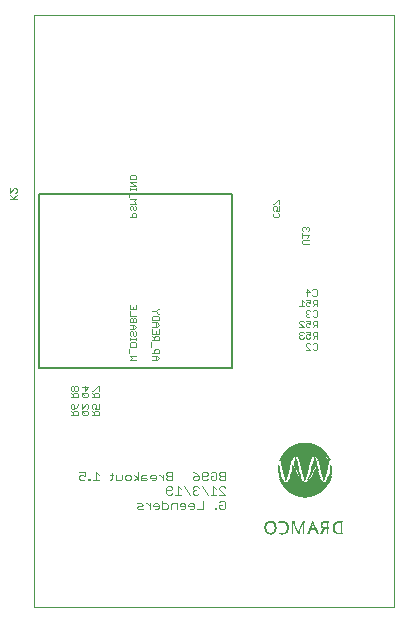
<source format=gbo>
G75*
%MOIN*%
%OFA0B0*%
%FSLAX25Y25*%
%IPPOS*%
%LPD*%
%AMOC8*
5,1,8,0,0,1.08239X$1,22.5*
%
%ADD10C,0.00000*%
%ADD11R,0.01020X0.00030*%
%ADD12R,0.01800X0.00030*%
%ADD13R,0.02310X0.00030*%
%ADD14R,0.02730X0.00030*%
%ADD15R,0.03090X0.00030*%
%ADD16R,0.03450X0.00030*%
%ADD17R,0.03750X0.00030*%
%ADD18R,0.03990X0.00030*%
%ADD19R,0.04260X0.00030*%
%ADD20R,0.04500X0.00030*%
%ADD21R,0.04710X0.00030*%
%ADD22R,0.04950X0.00030*%
%ADD23R,0.05160X0.00030*%
%ADD24R,0.05340X0.00030*%
%ADD25R,0.05550X0.00030*%
%ADD26R,0.05730X0.00030*%
%ADD27R,0.05910X0.00030*%
%ADD28R,0.06090X0.00030*%
%ADD29R,0.06210X0.00030*%
%ADD30R,0.06390X0.00030*%
%ADD31R,0.06570X0.00030*%
%ADD32R,0.06690X0.00030*%
%ADD33R,0.06870X0.00030*%
%ADD34R,0.06990X0.00030*%
%ADD35R,0.07140X0.00030*%
%ADD36R,0.07290X0.00030*%
%ADD37R,0.07410X0.00030*%
%ADD38R,0.07530X0.00030*%
%ADD39R,0.07650X0.00030*%
%ADD40R,0.07770X0.00030*%
%ADD41R,0.07920X0.00030*%
%ADD42R,0.08040X0.00030*%
%ADD43R,0.08160X0.00030*%
%ADD44R,0.08280X0.00030*%
%ADD45R,0.08370X0.00030*%
%ADD46R,0.08490X0.00030*%
%ADD47R,0.08610X0.00030*%
%ADD48R,0.08730X0.00030*%
%ADD49R,0.08850X0.00030*%
%ADD50R,0.08910X0.00030*%
%ADD51R,0.09030X0.00030*%
%ADD52R,0.09150X0.00030*%
%ADD53R,0.09270X0.00030*%
%ADD54R,0.09330X0.00030*%
%ADD55R,0.09450X0.00030*%
%ADD56R,0.09540X0.00030*%
%ADD57R,0.09630X0.00030*%
%ADD58R,0.09750X0.00030*%
%ADD59R,0.09810X0.00030*%
%ADD60R,0.09930X0.00030*%
%ADD61R,0.09990X0.00030*%
%ADD62R,0.10110X0.00030*%
%ADD63R,0.10170X0.00030*%
%ADD64R,0.10290X0.00030*%
%ADD65R,0.10350X0.00030*%
%ADD66R,0.10440X0.00030*%
%ADD67R,0.10530X0.00030*%
%ADD68R,0.10590X0.00030*%
%ADD69R,0.10710X0.00030*%
%ADD70R,0.10770X0.00030*%
%ADD71R,0.10830X0.00030*%
%ADD72R,0.10950X0.00030*%
%ADD73R,0.11010X0.00030*%
%ADD74R,0.11070X0.00030*%
%ADD75R,0.11160X0.00030*%
%ADD76R,0.11250X0.00030*%
%ADD77R,0.11310X0.00030*%
%ADD78R,0.11370X0.00030*%
%ADD79R,0.11430X0.00030*%
%ADD80R,0.11550X0.00030*%
%ADD81R,0.11610X0.00030*%
%ADD82R,0.11670X0.00030*%
%ADD83R,0.11730X0.00030*%
%ADD84R,0.11790X0.00030*%
%ADD85R,0.11910X0.00030*%
%ADD86R,0.11970X0.00030*%
%ADD87R,0.12030X0.00030*%
%ADD88R,0.12090X0.00030*%
%ADD89R,0.12150X0.00030*%
%ADD90R,0.12210X0.00030*%
%ADD91R,0.12270X0.00030*%
%ADD92R,0.12330X0.00030*%
%ADD93R,0.12390X0.00030*%
%ADD94R,0.12450X0.00030*%
%ADD95R,0.12510X0.00030*%
%ADD96R,0.12570X0.00030*%
%ADD97R,0.12630X0.00030*%
%ADD98R,0.12690X0.00030*%
%ADD99R,0.12750X0.00030*%
%ADD100R,0.12810X0.00030*%
%ADD101R,0.12870X0.00030*%
%ADD102R,0.12930X0.00030*%
%ADD103R,0.12990X0.00030*%
%ADD104R,0.13050X0.00030*%
%ADD105R,0.13110X0.00030*%
%ADD106R,0.13170X0.00030*%
%ADD107R,0.13230X0.00030*%
%ADD108R,0.13290X0.00030*%
%ADD109R,0.13350X0.00030*%
%ADD110R,0.13410X0.00030*%
%ADD111R,0.13470X0.00030*%
%ADD112R,0.13530X0.00030*%
%ADD113R,0.13590X0.00030*%
%ADD114R,0.13650X0.00030*%
%ADD115R,0.13710X0.00030*%
%ADD116R,0.13770X0.00030*%
%ADD117R,0.13830X0.00030*%
%ADD118R,0.13890X0.00030*%
%ADD119R,0.13950X0.00030*%
%ADD120R,0.14010X0.00030*%
%ADD121R,0.14070X0.00030*%
%ADD122R,0.14130X0.00030*%
%ADD123R,0.14160X0.00030*%
%ADD124R,0.14190X0.00030*%
%ADD125R,0.14250X0.00030*%
%ADD126R,0.14310X0.00030*%
%ADD127R,0.14370X0.00030*%
%ADD128R,0.14430X0.00030*%
%ADD129R,0.14490X0.00030*%
%ADD130R,0.14550X0.00030*%
%ADD131R,0.14610X0.00030*%
%ADD132R,0.14670X0.00030*%
%ADD133R,0.14700X0.00030*%
%ADD134R,0.14730X0.00030*%
%ADD135R,0.14790X0.00030*%
%ADD136R,0.14850X0.00030*%
%ADD137R,0.14910X0.00030*%
%ADD138R,0.14970X0.00030*%
%ADD139R,0.15030X0.00030*%
%ADD140R,0.15090X0.00030*%
%ADD141R,0.15150X0.00030*%
%ADD142R,0.15210X0.00030*%
%ADD143R,0.15270X0.00030*%
%ADD144R,0.15330X0.00030*%
%ADD145R,0.15390X0.00030*%
%ADD146R,0.15450X0.00030*%
%ADD147R,0.15510X0.00030*%
%ADD148R,0.15570X0.00030*%
%ADD149R,0.15630X0.00030*%
%ADD150R,0.15690X0.00030*%
%ADD151R,0.15750X0.00030*%
%ADD152R,0.15810X0.00030*%
%ADD153R,0.15870X0.00030*%
%ADD154R,0.15930X0.00030*%
%ADD155R,0.01470X0.00030*%
%ADD156R,0.06090X0.00030*%
%ADD157R,0.06060X0.00030*%
%ADD158R,0.01500X0.00030*%
%ADD159R,0.01350X0.00030*%
%ADD160R,0.01260X0.00030*%
%ADD161R,0.05520X0.00030*%
%ADD162R,0.01200X0.00030*%
%ADD163R,0.05430X0.00030*%
%ADD164R,0.05400X0.00030*%
%ADD165R,0.01230X0.00030*%
%ADD166R,0.01170X0.00030*%
%ADD167R,0.05310X0.00030*%
%ADD168R,0.05280X0.00030*%
%ADD169R,0.01140X0.00030*%
%ADD170R,0.05220X0.00030*%
%ADD171R,0.01170X0.00030*%
%ADD172R,0.01110X0.00030*%
%ADD173R,0.05130X0.00030*%
%ADD174R,0.05070X0.00030*%
%ADD175R,0.05070X0.00030*%
%ADD176R,0.01080X0.00030*%
%ADD177R,0.05010X0.00030*%
%ADD178R,0.04980X0.00030*%
%ADD179R,0.01050X0.00030*%
%ADD180R,0.04890X0.00030*%
%ADD181R,0.04830X0.00030*%
%ADD182R,0.04800X0.00030*%
%ADD183R,0.04770X0.00030*%
%ADD184R,0.04740X0.00030*%
%ADD185R,0.04680X0.00030*%
%ADD186R,0.04620X0.00030*%
%ADD187R,0.01020X0.00030*%
%ADD188R,0.04590X0.00030*%
%ADD189R,0.04560X0.00030*%
%ADD190R,0.04530X0.00030*%
%ADD191R,0.04470X0.00030*%
%ADD192R,0.04440X0.00030*%
%ADD193R,0.04410X0.00030*%
%ADD194R,0.04380X0.00030*%
%ADD195R,0.04350X0.00030*%
%ADD196R,0.00030X0.00030*%
%ADD197R,0.04320X0.00030*%
%ADD198R,0.04290X0.00030*%
%ADD199R,0.00990X0.00030*%
%ADD200R,0.00060X0.00030*%
%ADD201R,0.00090X0.00030*%
%ADD202R,0.04230X0.00030*%
%ADD203R,0.00090X0.00030*%
%ADD204R,0.04200X0.00030*%
%ADD205R,0.00990X0.00030*%
%ADD206R,0.00120X0.00030*%
%ADD207R,0.04170X0.00030*%
%ADD208R,0.00120X0.00030*%
%ADD209R,0.00150X0.00030*%
%ADD210R,0.04140X0.00030*%
%ADD211R,0.04110X0.00030*%
%ADD212R,0.00180X0.00030*%
%ADD213R,0.04080X0.00030*%
%ADD214R,0.00210X0.00030*%
%ADD215R,0.04050X0.00030*%
%ADD216R,0.04020X0.00030*%
%ADD217R,0.00240X0.00030*%
%ADD218R,0.04020X0.00030*%
%ADD219R,0.03990X0.00030*%
%ADD220R,0.00270X0.00030*%
%ADD221R,0.03960X0.00030*%
%ADD222R,0.00270X0.00030*%
%ADD223R,0.00300X0.00030*%
%ADD224R,0.03930X0.00030*%
%ADD225R,0.03900X0.00030*%
%ADD226R,0.00330X0.00030*%
%ADD227R,0.00360X0.00030*%
%ADD228R,0.03870X0.00030*%
%ADD229R,0.03840X0.00030*%
%ADD230R,0.03840X0.00030*%
%ADD231R,0.03810X0.00030*%
%ADD232R,0.00390X0.00030*%
%ADD233R,0.03780X0.00030*%
%ADD234R,0.00390X0.00030*%
%ADD235R,0.00420X0.00030*%
%ADD236R,0.00420X0.00030*%
%ADD237R,0.00450X0.00030*%
%ADD238R,0.03720X0.00030*%
%ADD239R,0.00480X0.00030*%
%ADD240R,0.03690X0.00030*%
%ADD241R,0.03660X0.00030*%
%ADD242R,0.03630X0.00030*%
%ADD243R,0.00510X0.00030*%
%ADD244R,0.03600X0.00030*%
%ADD245R,0.00540X0.00030*%
%ADD246R,0.03570X0.00030*%
%ADD247R,0.03540X0.00030*%
%ADD248R,0.00570X0.00030*%
%ADD249R,0.00570X0.00030*%
%ADD250R,0.03510X0.00030*%
%ADD251R,0.00600X0.00030*%
%ADD252R,0.03480X0.00030*%
%ADD253R,0.00630X0.00030*%
%ADD254R,0.00660X0.00030*%
%ADD255R,0.03420X0.00030*%
%ADD256R,0.03390X0.00030*%
%ADD257R,0.03390X0.00030*%
%ADD258R,0.00690X0.00030*%
%ADD259R,0.03360X0.00030*%
%ADD260R,0.00690X0.00030*%
%ADD261R,0.00720X0.00030*%
%ADD262R,0.03330X0.00030*%
%ADD263R,0.00720X0.00030*%
%ADD264R,0.03300X0.00030*%
%ADD265R,0.00750X0.00030*%
%ADD266R,0.03270X0.00030*%
%ADD267R,0.00780X0.00030*%
%ADD268R,0.03240X0.00030*%
%ADD269R,0.03210X0.00030*%
%ADD270R,0.00810X0.00030*%
%ADD271R,0.03180X0.00030*%
%ADD272R,0.00840X0.00030*%
%ADD273R,0.03150X0.00030*%
%ADD274R,0.03120X0.00030*%
%ADD275R,0.00960X0.00030*%
%ADD276R,0.03120X0.00030*%
%ADD277R,0.00240X0.00030*%
%ADD278R,0.03090X0.00030*%
%ADD279R,0.00870X0.00030*%
%ADD280R,0.00870X0.00030*%
%ADD281R,0.03060X0.00030*%
%ADD282R,0.00900X0.00030*%
%ADD283R,0.03030X0.00030*%
%ADD284R,0.03000X0.00030*%
%ADD285R,0.00930X0.00030*%
%ADD286R,0.02970X0.00030*%
%ADD287R,0.02940X0.00030*%
%ADD288R,0.02940X0.00030*%
%ADD289R,0.02910X0.00030*%
%ADD290R,0.02880X0.00030*%
%ADD291R,0.02850X0.00030*%
%ADD292R,0.02820X0.00030*%
%ADD293R,0.02790X0.00030*%
%ADD294R,0.02760X0.00030*%
%ADD295R,0.02700X0.00030*%
%ADD296R,0.02670X0.00030*%
%ADD297R,0.02670X0.00030*%
%ADD298R,0.02640X0.00030*%
%ADD299R,0.02610X0.00030*%
%ADD300R,0.02580X0.00030*%
%ADD301R,0.02550X0.00030*%
%ADD302R,0.02520X0.00030*%
%ADD303R,0.02490X0.00030*%
%ADD304R,0.01290X0.00030*%
%ADD305R,0.02490X0.00030*%
%ADD306R,0.02460X0.00030*%
%ADD307R,0.02430X0.00030*%
%ADD308R,0.01290X0.00030*%
%ADD309R,0.01320X0.00030*%
%ADD310R,0.01320X0.00030*%
%ADD311R,0.02400X0.00030*%
%ADD312R,0.02370X0.00030*%
%ADD313R,0.02340X0.00030*%
%ADD314R,0.01380X0.00030*%
%ADD315R,0.01410X0.00030*%
%ADD316R,0.02280X0.00030*%
%ADD317R,0.01440X0.00030*%
%ADD318R,0.02250X0.00030*%
%ADD319R,0.00540X0.00030*%
%ADD320R,0.02220X0.00030*%
%ADD321R,0.02220X0.00030*%
%ADD322R,0.01470X0.00030*%
%ADD323R,0.02190X0.00030*%
%ADD324R,0.02160X0.00030*%
%ADD325R,0.02130X0.00030*%
%ADD326R,0.01530X0.00030*%
%ADD327R,0.02100X0.00030*%
%ADD328R,0.01560X0.00030*%
%ADD329R,0.02070X0.00030*%
%ADD330R,0.02040X0.00030*%
%ADD331R,0.02040X0.00030*%
%ADD332R,0.01590X0.00030*%
%ADD333R,0.02010X0.00030*%
%ADD334R,0.01590X0.00030*%
%ADD335R,0.01620X0.00030*%
%ADD336R,0.01980X0.00030*%
%ADD337R,0.01620X0.00030*%
%ADD338R,0.01950X0.00030*%
%ADD339R,0.01650X0.00030*%
%ADD340R,0.01920X0.00030*%
%ADD341R,0.01680X0.00030*%
%ADD342R,0.01890X0.00030*%
%ADD343R,0.01860X0.00030*%
%ADD344R,0.01710X0.00030*%
%ADD345R,0.01830X0.00030*%
%ADD346R,0.01740X0.00030*%
%ADD347R,0.01770X0.00030*%
%ADD348R,0.01770X0.00030*%
%ADD349R,0.01890X0.00030*%
%ADD350R,0.01920X0.00030*%
%ADD351R,0.00840X0.00030*%
%ADD352R,0.02070X0.00030*%
%ADD353R,0.01140X0.00030*%
%ADD354R,0.02190X0.00030*%
%ADD355R,0.02370X0.00030*%
%ADD356R,0.02520X0.00030*%
%ADD357R,0.02790X0.00030*%
%ADD358R,0.02820X0.00030*%
%ADD359R,0.02970X0.00030*%
%ADD360R,0.03270X0.00030*%
%ADD361R,0.03420X0.00030*%
%ADD362R,0.03690X0.00030*%
%ADD363R,0.04290X0.00030*%
%ADD364R,0.04650X0.00030*%
%ADD365R,0.04890X0.00030*%
%ADD366R,0.04920X0.00030*%
%ADD367R,0.05040X0.00030*%
%ADD368R,0.05100X0.00030*%
%ADD369R,0.05190X0.00030*%
%ADD370R,0.05250X0.00030*%
%ADD371R,0.05370X0.00030*%
%ADD372R,0.05490X0.00030*%
%ADD373R,0.04170X0.00030*%
%ADD374R,0.05640X0.00030*%
%ADD375R,0.05880X0.00030*%
%ADD376R,0.15360X0.00030*%
%ADD377R,0.14100X0.00030*%
%ADD378R,0.11850X0.00030*%
%ADD379R,0.11490X0.00030*%
%ADD380R,0.11130X0.00030*%
%ADD381R,0.10890X0.00030*%
%ADD382R,0.10650X0.00030*%
%ADD383R,0.10410X0.00030*%
%ADD384R,0.10230X0.00030*%
%ADD385R,0.09900X0.00030*%
%ADD386R,0.09690X0.00030*%
%ADD387R,0.09510X0.00030*%
%ADD388R,0.09210X0.00030*%
%ADD389R,0.08790X0.00030*%
%ADD390R,0.08250X0.00030*%
%ADD391R,0.08130X0.00030*%
%ADD392R,0.08010X0.00030*%
%ADD393R,0.07890X0.00030*%
%ADD394R,0.07260X0.00030*%
%ADD395R,0.07110X0.00030*%
%ADD396R,0.06810X0.00030*%
%ADD397R,0.06510X0.00030*%
%ADD398R,0.06030X0.00030*%
%ADD399R,0.05700X0.00030*%
%ADD400R,0.04470X0.00030*%
%ADD401R,0.00650X0.00050*%
%ADD402R,0.00800X0.00050*%
%ADD403R,0.01150X0.00050*%
%ADD404R,0.01400X0.00050*%
%ADD405R,0.00300X0.00050*%
%ADD406R,0.00200X0.00050*%
%ADD407R,0.00250X0.00050*%
%ADD408R,0.00350X0.00050*%
%ADD409R,0.01450X0.00050*%
%ADD410R,0.01700X0.00050*%
%ADD411R,0.01650X0.00050*%
%ADD412R,0.01850X0.00050*%
%ADD413R,0.01900X0.00050*%
%ADD414R,0.01950X0.00050*%
%ADD415R,0.02050X0.00050*%
%ADD416R,0.00600X0.00050*%
%ADD417R,0.00850X0.00050*%
%ADD418R,0.02150X0.00050*%
%ADD419R,0.00700X0.00050*%
%ADD420R,0.00400X0.00050*%
%ADD421R,0.00900X0.00050*%
%ADD422R,0.00550X0.00050*%
%ADD423R,0.00100X0.00050*%
%ADD424R,0.00450X0.00050*%
%ADD425R,0.00500X0.00050*%
%ADD426R,0.02350X0.00050*%
%ADD427R,0.02300X0.00050*%
%ADD428R,0.02250X0.00050*%
%ADD429R,0.02200X0.00050*%
%ADD430R,0.01800X0.00050*%
%ADD431R,0.00750X0.00050*%
%ADD432R,0.02000X0.00050*%
%ADD433R,0.02100X0.00050*%
%ADD434R,0.01750X0.00050*%
%ADD435R,0.01350X0.00050*%
%ADD436R,0.01500X0.00050*%
%ADD437R,0.01050X0.00050*%
%ADD438R,0.00150X0.00050*%
%ADD439C,0.00300*%
%ADD440C,0.00200*%
%ADD441C,0.00500*%
D10*
X0026800Y0048050D02*
X0026800Y0245501D01*
X0146800Y0245501D01*
X0146800Y0048050D01*
X0026800Y0048050D01*
D11*
X0109309Y0089905D03*
X0109309Y0089935D03*
X0109249Y0090055D03*
X0109219Y0090115D03*
X0109369Y0089815D03*
X0109399Y0089755D03*
X0113209Y0093715D03*
X0114409Y0094105D03*
X0114409Y0094135D03*
X0117019Y0091315D03*
X0117019Y0091285D03*
X0119599Y0094015D03*
X0120859Y0093745D03*
X0120859Y0093715D03*
X0120199Y0096295D03*
X0120199Y0096325D03*
X0125299Y0091465D03*
X0125269Y0091345D03*
X0125209Y0091165D03*
X0125209Y0091135D03*
X0125149Y0090955D03*
X0125149Y0090925D03*
X0125119Y0090865D03*
X0125119Y0090835D03*
X0125059Y0090685D03*
X0125059Y0090655D03*
X0124999Y0090505D03*
X0124969Y0090445D03*
X0124969Y0090415D03*
X0124909Y0090295D03*
X0124909Y0090265D03*
X0124849Y0090145D03*
X0124849Y0090115D03*
X0124819Y0090085D03*
X0124819Y0090055D03*
X0124759Y0089935D03*
X0117049Y0084595D03*
X0112399Y0097555D03*
D12*
X0113329Y0092665D03*
X0113329Y0092635D03*
X0110689Y0092755D03*
X0110689Y0092785D03*
X0110689Y0092815D03*
X0117019Y0092815D03*
X0117019Y0092785D03*
X0117019Y0092755D03*
X0117049Y0084625D03*
D13*
X0117034Y0084655D03*
X0120634Y0091945D03*
X0120634Y0091975D03*
X0123364Y0093805D03*
X0123364Y0093835D03*
X0123364Y0093865D03*
X0123364Y0093895D03*
X0123364Y0097135D03*
X0117034Y0093865D03*
X0117034Y0093835D03*
X0113404Y0091975D03*
X0110674Y0093835D03*
X0110674Y0093865D03*
X0112174Y0098095D03*
D14*
X0110674Y0094735D03*
X0113494Y0091465D03*
X0117034Y0094735D03*
X0120574Y0091465D03*
X0120574Y0091435D03*
X0123364Y0094675D03*
X0123364Y0094705D03*
X0123364Y0094735D03*
X0123364Y0094765D03*
X0123364Y0096835D03*
X0123364Y0096865D03*
X0117034Y0102505D03*
X0117034Y0084685D03*
D15*
X0117034Y0084715D03*
X0117034Y0095455D03*
X0117034Y0102475D03*
D16*
X0117034Y0102445D03*
X0117034Y0096115D03*
X0123364Y0096115D03*
X0123364Y0096145D03*
X0123364Y0096175D03*
X0123364Y0096265D03*
X0123364Y0096295D03*
X0123364Y0096085D03*
X0120454Y0090685D03*
X0117034Y0084745D03*
X0113614Y0090685D03*
X0110674Y0096115D03*
D17*
X0117034Y0096625D03*
X0120394Y0090415D03*
X0117034Y0084775D03*
X0113644Y0090415D03*
D18*
X0117034Y0084805D03*
X0117034Y0096985D03*
X0117034Y0102385D03*
D19*
X0117019Y0097345D03*
X0113749Y0090025D03*
X0117049Y0084835D03*
X0120319Y0090025D03*
D20*
X0117049Y0084865D03*
X0113779Y0089875D03*
X0117019Y0097585D03*
X0117019Y0097615D03*
D21*
X0117034Y0097795D03*
X0117034Y0102295D03*
X0117034Y0084895D03*
D22*
X0117034Y0084925D03*
X0113854Y0089665D03*
D23*
X0117049Y0084955D03*
X0120199Y0089575D03*
D24*
X0117049Y0084985D03*
D25*
X0117034Y0085015D03*
X0113854Y0089455D03*
D26*
X0113854Y0089425D03*
X0117034Y0085045D03*
X0120184Y0089425D03*
D27*
X0117034Y0085075D03*
X0117034Y0102115D03*
D28*
X0117034Y0085105D03*
D29*
X0117034Y0085135D03*
X0117034Y0102055D03*
D30*
X0117034Y0102025D03*
X0117034Y0085165D03*
D31*
X0117034Y0085195D03*
D32*
X0117034Y0085225D03*
X0117034Y0101965D03*
D33*
X0117034Y0085255D03*
D34*
X0117034Y0085285D03*
X0117034Y0101905D03*
D35*
X0117049Y0085315D03*
D36*
X0117034Y0085345D03*
D37*
X0117034Y0085375D03*
X0117034Y0101815D03*
D38*
X0117034Y0101785D03*
X0117034Y0085405D03*
D39*
X0117034Y0085435D03*
X0117034Y0101755D03*
D40*
X0117034Y0101725D03*
X0117034Y0085465D03*
D41*
X0117049Y0085495D03*
D42*
X0117049Y0085525D03*
D43*
X0117049Y0085555D03*
D44*
X0117049Y0085585D03*
D45*
X0117034Y0085615D03*
X0117034Y0101575D03*
D46*
X0117034Y0101545D03*
X0117034Y0085645D03*
D47*
X0117034Y0085675D03*
X0117034Y0101515D03*
D48*
X0117034Y0101485D03*
X0117034Y0085705D03*
D49*
X0117034Y0085735D03*
D50*
X0117034Y0085765D03*
X0117034Y0101425D03*
D51*
X0117034Y0101395D03*
X0117034Y0085795D03*
D52*
X0117034Y0085825D03*
X0117034Y0101365D03*
D53*
X0117034Y0085855D03*
D54*
X0117034Y0085885D03*
X0117034Y0101305D03*
D55*
X0117034Y0101275D03*
X0117034Y0085915D03*
D56*
X0117049Y0085945D03*
D57*
X0117034Y0085975D03*
X0117034Y0101215D03*
D58*
X0117034Y0086005D03*
D59*
X0117034Y0086035D03*
X0117034Y0101155D03*
D60*
X0117034Y0086065D03*
D61*
X0117034Y0086095D03*
X0117034Y0101095D03*
D62*
X0117034Y0101065D03*
X0117034Y0086125D03*
D63*
X0117034Y0086155D03*
X0117034Y0101035D03*
D64*
X0117034Y0086185D03*
D65*
X0117034Y0086215D03*
X0117034Y0100975D03*
D66*
X0117049Y0086245D03*
D67*
X0117034Y0086275D03*
X0117034Y0100915D03*
D68*
X0117034Y0100885D03*
X0117034Y0086305D03*
D69*
X0117034Y0086335D03*
D70*
X0117034Y0086365D03*
X0117034Y0100825D03*
D71*
X0117034Y0100795D03*
X0117034Y0086395D03*
D72*
X0117034Y0086425D03*
D73*
X0117034Y0086455D03*
X0117034Y0100735D03*
D74*
X0117034Y0100705D03*
X0117034Y0086485D03*
D75*
X0117049Y0086515D03*
D76*
X0117034Y0086545D03*
X0117034Y0100645D03*
D77*
X0117034Y0100615D03*
X0117034Y0086575D03*
D78*
X0117034Y0086605D03*
X0117034Y0100585D03*
D79*
X0117034Y0100555D03*
X0117034Y0086635D03*
D80*
X0117034Y0086665D03*
D81*
X0117034Y0086695D03*
X0117034Y0100495D03*
D82*
X0117034Y0100465D03*
X0117034Y0086725D03*
D83*
X0117034Y0086755D03*
X0117034Y0100435D03*
D84*
X0117034Y0100405D03*
X0117034Y0086785D03*
D85*
X0117034Y0086815D03*
X0117034Y0100345D03*
D86*
X0117034Y0086845D03*
D87*
X0117034Y0086875D03*
X0117034Y0100315D03*
D88*
X0117034Y0100285D03*
X0117034Y0086905D03*
D89*
X0117034Y0086935D03*
X0117034Y0100255D03*
D90*
X0117034Y0100225D03*
X0117034Y0086965D03*
D91*
X0117034Y0086995D03*
X0117034Y0100195D03*
D92*
X0117034Y0100165D03*
X0117034Y0087025D03*
D93*
X0117034Y0087055D03*
X0117034Y0100135D03*
D94*
X0117034Y0100105D03*
X0117034Y0087085D03*
D95*
X0117034Y0087115D03*
X0117034Y0100075D03*
D96*
X0117034Y0100045D03*
X0117034Y0087145D03*
D97*
X0117034Y0087175D03*
X0117034Y0100015D03*
D98*
X0117034Y0099985D03*
X0117034Y0087205D03*
D99*
X0117034Y0087235D03*
X0117034Y0099955D03*
D100*
X0117034Y0099925D03*
X0117034Y0087265D03*
D101*
X0117034Y0087295D03*
X0117034Y0099895D03*
D102*
X0117034Y0099865D03*
X0117034Y0087325D03*
D103*
X0117034Y0087355D03*
X0117034Y0099835D03*
D104*
X0117034Y0099805D03*
X0117034Y0087385D03*
D105*
X0117034Y0087415D03*
X0117034Y0099775D03*
D106*
X0117034Y0099745D03*
X0117034Y0087445D03*
D107*
X0117034Y0087475D03*
X0117034Y0099715D03*
D108*
X0117034Y0099685D03*
X0117034Y0087505D03*
D109*
X0117034Y0087535D03*
X0117034Y0099655D03*
D110*
X0117034Y0099625D03*
X0117034Y0087565D03*
D111*
X0117034Y0087595D03*
X0117034Y0099565D03*
X0117034Y0099595D03*
D112*
X0117034Y0099535D03*
X0117034Y0087625D03*
D113*
X0117034Y0087655D03*
X0117034Y0087685D03*
X0117034Y0099505D03*
D114*
X0117034Y0099475D03*
X0117034Y0087715D03*
D115*
X0117034Y0087745D03*
X0117034Y0099445D03*
D116*
X0117034Y0099415D03*
X0117034Y0087775D03*
D117*
X0117034Y0087805D03*
X0117034Y0099355D03*
X0117034Y0099385D03*
D118*
X0117034Y0099325D03*
X0117034Y0087865D03*
X0117034Y0087835D03*
D119*
X0117034Y0087895D03*
X0117034Y0099295D03*
D120*
X0117034Y0099265D03*
X0117034Y0087925D03*
D121*
X0117034Y0087955D03*
X0117034Y0099235D03*
D122*
X0117034Y0099175D03*
X0117034Y0087985D03*
D123*
X0117049Y0088015D03*
D124*
X0117034Y0088045D03*
X0117034Y0099145D03*
D125*
X0117034Y0099115D03*
X0117034Y0088075D03*
D126*
X0117034Y0088105D03*
X0117034Y0099055D03*
X0117034Y0099085D03*
D127*
X0117034Y0099025D03*
X0117034Y0088165D03*
X0117034Y0088135D03*
D128*
X0117034Y0088195D03*
X0117034Y0098995D03*
D129*
X0117034Y0098965D03*
X0117034Y0098935D03*
X0117034Y0088225D03*
D130*
X0117034Y0088255D03*
X0117034Y0088285D03*
X0117034Y0098905D03*
D131*
X0117034Y0098875D03*
X0117034Y0088315D03*
D132*
X0117034Y0088345D03*
X0117034Y0098815D03*
X0117034Y0098845D03*
D133*
X0117049Y0088375D03*
D134*
X0117034Y0088405D03*
X0117034Y0098785D03*
D135*
X0117034Y0098755D03*
X0117034Y0098725D03*
X0117034Y0088435D03*
D136*
X0117034Y0088465D03*
X0117034Y0088495D03*
X0117034Y0098695D03*
D137*
X0117034Y0098665D03*
X0117034Y0098635D03*
X0117034Y0088525D03*
D138*
X0117034Y0088555D03*
X0117034Y0088585D03*
X0117034Y0098605D03*
D139*
X0117034Y0098575D03*
X0117034Y0098545D03*
X0117034Y0088615D03*
D140*
X0117034Y0088645D03*
X0117034Y0088675D03*
X0117034Y0098515D03*
D141*
X0117034Y0098485D03*
X0117034Y0098455D03*
X0117034Y0088705D03*
D142*
X0117034Y0088735D03*
X0117034Y0088765D03*
X0117034Y0098425D03*
D143*
X0117034Y0098395D03*
X0117034Y0098365D03*
X0117034Y0088825D03*
X0117034Y0088795D03*
D144*
X0117034Y0088855D03*
X0117034Y0098335D03*
D145*
X0117034Y0098275D03*
X0117034Y0088915D03*
X0117034Y0088885D03*
D146*
X0117034Y0088945D03*
X0117034Y0098245D03*
D147*
X0117034Y0089005D03*
X0117034Y0088975D03*
D148*
X0117034Y0089035D03*
X0117034Y0089065D03*
D149*
X0117034Y0089095D03*
X0117034Y0089125D03*
D150*
X0117034Y0089155D03*
D151*
X0117034Y0089185D03*
X0117034Y0089215D03*
D152*
X0117034Y0089245D03*
X0117034Y0089275D03*
D153*
X0117034Y0089305D03*
X0117034Y0089335D03*
D154*
X0117034Y0089365D03*
D155*
X0123364Y0092095D03*
X0123364Y0092125D03*
X0123364Y0092155D03*
X0123364Y0092185D03*
X0123364Y0097615D03*
X0109804Y0089395D03*
D156*
X0113854Y0089395D03*
D157*
X0120199Y0089395D03*
D158*
X0120769Y0093025D03*
X0120769Y0093055D03*
X0121729Y0097825D03*
X0117019Y0092215D03*
X0117019Y0092185D03*
X0117019Y0092155D03*
X0113269Y0093055D03*
X0110689Y0092215D03*
X0110689Y0092185D03*
X0110689Y0092155D03*
X0124249Y0089395D03*
D159*
X0124354Y0089425D03*
X0123364Y0091855D03*
X0123364Y0091885D03*
X0123364Y0091915D03*
X0123364Y0091945D03*
X0120094Y0095365D03*
X0120124Y0095425D03*
X0120124Y0095455D03*
X0120154Y0095515D03*
X0120184Y0095725D03*
X0121714Y0097765D03*
X0123364Y0097675D03*
X0117034Y0091915D03*
X0117034Y0091885D03*
X0113254Y0093235D03*
X0113254Y0093265D03*
X0113944Y0095395D03*
X0113944Y0095425D03*
X0113914Y0095455D03*
X0113914Y0095485D03*
X0113854Y0095695D03*
X0113854Y0095725D03*
X0113854Y0095755D03*
X0110674Y0091915D03*
X0110674Y0091885D03*
X0109714Y0089425D03*
D160*
X0109669Y0089455D03*
X0110689Y0091705D03*
X0110689Y0091735D03*
X0110689Y0091765D03*
X0113239Y0093355D03*
X0113239Y0093385D03*
X0113239Y0093415D03*
X0114079Y0095035D03*
X0114079Y0095065D03*
X0114049Y0095095D03*
X0114049Y0095125D03*
X0112369Y0097705D03*
X0110689Y0097705D03*
X0109879Y0098125D03*
X0117019Y0091765D03*
X0117019Y0091735D03*
X0117019Y0091705D03*
X0119959Y0095005D03*
X0119959Y0095035D03*
X0119989Y0095065D03*
X0119989Y0095095D03*
X0120199Y0095875D03*
X0120199Y0095905D03*
X0121699Y0097705D03*
X0124189Y0098125D03*
X0124399Y0089455D03*
D161*
X0120199Y0089455D03*
X0117049Y0102175D03*
D162*
X0112369Y0097675D03*
X0114139Y0094885D03*
X0114139Y0094855D03*
X0114169Y0094825D03*
X0114169Y0094795D03*
X0113239Y0093475D03*
X0113239Y0093445D03*
X0110689Y0091645D03*
X0110689Y0091615D03*
X0109609Y0089485D03*
X0117019Y0091615D03*
X0117019Y0091645D03*
X0119869Y0094765D03*
X0119899Y0094825D03*
X0119899Y0094855D03*
X0120199Y0095965D03*
X0120199Y0095995D03*
X0120199Y0096025D03*
X0120829Y0093505D03*
X0120829Y0093475D03*
X0120829Y0093445D03*
X0124489Y0089515D03*
D163*
X0113854Y0089485D03*
D164*
X0120199Y0089485D03*
D165*
X0123364Y0091645D03*
X0123364Y0091675D03*
X0123364Y0091705D03*
X0124444Y0089485D03*
X0120814Y0093385D03*
X0120814Y0093415D03*
X0119914Y0094885D03*
X0119914Y0094915D03*
X0119944Y0094945D03*
X0119944Y0094975D03*
X0120184Y0095935D03*
X0121684Y0097675D03*
X0123364Y0097705D03*
X0117034Y0091675D03*
X0114124Y0094915D03*
X0114124Y0094945D03*
X0114094Y0094975D03*
X0114094Y0095005D03*
X0113854Y0095905D03*
X0113854Y0095935D03*
X0113854Y0095965D03*
X0113854Y0095995D03*
X0110674Y0091675D03*
D166*
X0110674Y0091585D03*
X0110674Y0091555D03*
X0109594Y0089515D03*
X0113224Y0093505D03*
X0113224Y0093535D03*
X0114184Y0094735D03*
X0114184Y0094765D03*
X0112384Y0097645D03*
X0110674Y0097735D03*
X0117034Y0091585D03*
X0117034Y0091555D03*
X0119824Y0094645D03*
X0119884Y0094795D03*
X0120184Y0096055D03*
X0121684Y0097645D03*
D167*
X0117034Y0102205D03*
X0113854Y0089515D03*
D168*
X0120199Y0089515D03*
D169*
X0117019Y0091495D03*
X0117019Y0091525D03*
X0119779Y0094525D03*
X0119839Y0094675D03*
X0120199Y0096085D03*
X0120199Y0096115D03*
X0121669Y0097615D03*
X0124279Y0098095D03*
X0120829Y0093565D03*
X0120829Y0093535D03*
X0124549Y0089575D03*
X0114229Y0094615D03*
X0114229Y0094645D03*
X0110689Y0091525D03*
X0110689Y0091495D03*
X0109549Y0089545D03*
D170*
X0113869Y0089545D03*
X0120199Y0089545D03*
D171*
X0123364Y0091525D03*
X0123364Y0091555D03*
X0123364Y0091585D03*
X0123364Y0091615D03*
X0124504Y0089545D03*
X0119854Y0094705D03*
X0119854Y0094735D03*
X0123364Y0097735D03*
X0114214Y0094705D03*
X0114214Y0094675D03*
X0113854Y0096025D03*
X0113854Y0096055D03*
X0113854Y0096085D03*
D172*
X0113854Y0096115D03*
X0113854Y0096145D03*
X0113854Y0096175D03*
X0113854Y0096205D03*
X0114274Y0094525D03*
X0114274Y0094495D03*
X0114304Y0094465D03*
X0114304Y0094435D03*
X0114304Y0094405D03*
X0113224Y0093595D03*
X0110674Y0091465D03*
X0109504Y0089605D03*
X0109534Y0089575D03*
X0117034Y0091465D03*
X0119734Y0094405D03*
X0119764Y0094465D03*
X0119764Y0094495D03*
X0119794Y0094555D03*
X0120844Y0093625D03*
X0120844Y0093595D03*
X0120184Y0096145D03*
X0123364Y0097765D03*
X0123364Y0091495D03*
X0123364Y0091465D03*
X0123364Y0091435D03*
X0124594Y0089635D03*
X0124564Y0089605D03*
X0112384Y0097615D03*
X0109774Y0098095D03*
D173*
X0117034Y0102235D03*
X0113854Y0089575D03*
D174*
X0113854Y0089605D03*
D175*
X0120184Y0089605D03*
D176*
X0117019Y0091405D03*
X0117019Y0091435D03*
X0119689Y0094255D03*
X0119689Y0094285D03*
X0119719Y0094315D03*
X0119719Y0094345D03*
X0119719Y0094375D03*
X0119749Y0094435D03*
X0120199Y0096175D03*
X0120199Y0096205D03*
X0120199Y0096235D03*
X0121669Y0097585D03*
X0114349Y0094315D03*
X0114349Y0094285D03*
X0114319Y0094345D03*
X0114319Y0094375D03*
X0113209Y0093655D03*
X0113209Y0093625D03*
X0110689Y0091435D03*
X0110689Y0091405D03*
X0109459Y0089665D03*
X0109489Y0089635D03*
X0110689Y0097765D03*
X0112399Y0097585D03*
X0124609Y0089695D03*
X0124609Y0089665D03*
X0124639Y0089725D03*
D177*
X0120184Y0089635D03*
X0113854Y0089635D03*
D178*
X0120199Y0089665D03*
X0117019Y0097975D03*
D179*
X0113854Y0096295D03*
X0113854Y0096265D03*
X0113854Y0096235D03*
X0114364Y0094255D03*
X0114364Y0094225D03*
X0114394Y0094195D03*
X0114394Y0094165D03*
X0113194Y0093685D03*
X0110674Y0091375D03*
X0110674Y0091345D03*
X0109384Y0089785D03*
X0109414Y0089725D03*
X0109444Y0089695D03*
X0117034Y0091345D03*
X0117034Y0091375D03*
X0119644Y0094135D03*
X0119644Y0094165D03*
X0119674Y0094195D03*
X0119674Y0094225D03*
X0120844Y0093685D03*
X0120844Y0093655D03*
X0120184Y0096265D03*
X0121654Y0097555D03*
X0124324Y0098065D03*
X0123364Y0091405D03*
X0123364Y0091375D03*
X0123364Y0091345D03*
X0123364Y0091315D03*
X0124774Y0089965D03*
X0124744Y0089905D03*
X0124714Y0089845D03*
X0124684Y0089815D03*
X0124684Y0089785D03*
X0124654Y0089755D03*
D180*
X0120214Y0089695D03*
X0113854Y0089695D03*
D181*
X0113824Y0089725D03*
X0117034Y0097885D03*
D182*
X0117019Y0097855D03*
X0120229Y0089725D03*
D183*
X0113824Y0089755D03*
D184*
X0120229Y0089755D03*
X0117019Y0097825D03*
D185*
X0117019Y0097765D03*
X0120229Y0089785D03*
X0113809Y0089785D03*
D186*
X0113809Y0089815D03*
X0120259Y0089815D03*
X0117019Y0097705D03*
D187*
X0119629Y0094105D03*
X0119629Y0094075D03*
X0114439Y0094075D03*
X0114439Y0094045D03*
X0110689Y0091315D03*
X0110689Y0091285D03*
X0109039Y0090565D03*
X0109129Y0090325D03*
X0109189Y0090175D03*
X0109279Y0089995D03*
X0109279Y0089965D03*
X0109339Y0089875D03*
X0109339Y0089845D03*
X0110689Y0097795D03*
X0109729Y0098065D03*
X0125239Y0091255D03*
X0125179Y0091045D03*
X0125089Y0090775D03*
X0125089Y0090745D03*
X0125029Y0090595D03*
X0125029Y0090565D03*
X0124939Y0090355D03*
X0124939Y0090325D03*
X0124879Y0090205D03*
X0124879Y0090175D03*
X0124789Y0090025D03*
X0124789Y0089995D03*
X0124729Y0089875D03*
D188*
X0113794Y0089845D03*
D189*
X0120259Y0089845D03*
X0117019Y0097645D03*
X0117019Y0097675D03*
D190*
X0120274Y0089875D03*
D191*
X0113764Y0089905D03*
D192*
X0120289Y0089905D03*
X0117019Y0097525D03*
X0117019Y0097555D03*
D193*
X0113764Y0089935D03*
D194*
X0120289Y0089935D03*
X0117019Y0097465D03*
X0117019Y0097495D03*
D195*
X0117034Y0097435D03*
X0120304Y0089965D03*
X0113764Y0089965D03*
D196*
X0115894Y0090475D03*
X0117034Y0089995D03*
X0118144Y0090445D03*
X0118174Y0090505D03*
X0123364Y0089995D03*
X0125704Y0095095D03*
X0125254Y0096685D03*
X0121474Y0096685D03*
X0121024Y0095095D03*
X0113854Y0097615D03*
X0112564Y0096685D03*
X0113044Y0095095D03*
X0113044Y0095065D03*
X0108814Y0096685D03*
X0108334Y0095095D03*
X0108334Y0095065D03*
X0110674Y0089995D03*
D197*
X0113749Y0089995D03*
X0117019Y0097405D03*
X0111469Y0098215D03*
X0122599Y0098215D03*
D198*
X0120304Y0089995D03*
D199*
X0123364Y0091225D03*
X0123364Y0091255D03*
X0123364Y0091285D03*
X0125074Y0090715D03*
X0125104Y0090805D03*
X0125164Y0090985D03*
X0125164Y0091015D03*
X0125194Y0091075D03*
X0125194Y0091105D03*
X0125224Y0091195D03*
X0125224Y0091225D03*
X0125254Y0091285D03*
X0125254Y0091315D03*
X0125314Y0091495D03*
X0125314Y0091525D03*
X0125314Y0091555D03*
X0125344Y0091615D03*
X0125344Y0091645D03*
X0125344Y0091675D03*
X0125374Y0091735D03*
X0125374Y0091765D03*
X0125374Y0091795D03*
X0125404Y0091885D03*
X0125044Y0090625D03*
X0125014Y0090535D03*
X0124954Y0090385D03*
X0124894Y0090235D03*
X0119554Y0093895D03*
X0119614Y0094045D03*
X0121654Y0097525D03*
X0123364Y0097795D03*
X0114454Y0094015D03*
X0114454Y0093985D03*
X0113194Y0093775D03*
X0113194Y0093745D03*
X0113854Y0096325D03*
X0113854Y0096355D03*
X0113854Y0096385D03*
X0112414Y0097525D03*
X0108694Y0091735D03*
X0108724Y0091615D03*
X0108754Y0091495D03*
X0108814Y0091285D03*
X0108814Y0091255D03*
X0108844Y0091195D03*
X0108844Y0091165D03*
X0108844Y0091135D03*
X0108874Y0091105D03*
X0108874Y0091075D03*
X0108874Y0091045D03*
X0108904Y0090985D03*
X0108904Y0090955D03*
X0108904Y0090925D03*
X0108964Y0090805D03*
X0108964Y0090775D03*
X0108964Y0090745D03*
X0108994Y0090715D03*
X0108994Y0090685D03*
X0108994Y0090655D03*
X0109024Y0090625D03*
X0109024Y0090595D03*
X0109054Y0090535D03*
X0109054Y0090505D03*
X0109114Y0090385D03*
X0109114Y0090355D03*
X0109144Y0090295D03*
X0109144Y0090265D03*
X0109174Y0090235D03*
X0109174Y0090205D03*
X0109204Y0090145D03*
X0109264Y0090025D03*
X0110674Y0091255D03*
D200*
X0110689Y0090025D03*
X0115819Y0090595D03*
X0115849Y0090565D03*
X0115849Y0090535D03*
X0115879Y0090505D03*
X0117019Y0090025D03*
X0118159Y0090475D03*
X0118189Y0090535D03*
X0118219Y0090565D03*
X0123349Y0090025D03*
X0121009Y0095035D03*
X0121009Y0095065D03*
X0121489Y0096715D03*
X0120199Y0097585D03*
X0120199Y0097615D03*
X0125239Y0096715D03*
X0125719Y0095065D03*
X0125719Y0095035D03*
X0112549Y0096715D03*
X0108799Y0096715D03*
D201*
X0108814Y0096745D03*
X0112564Y0096745D03*
X0113854Y0097555D03*
X0113854Y0097585D03*
X0113044Y0095035D03*
X0113044Y0095005D03*
X0115774Y0090685D03*
X0115804Y0090625D03*
X0118264Y0090655D03*
X0123364Y0090055D03*
X0125224Y0096745D03*
X0121504Y0096745D03*
X0110674Y0090055D03*
D202*
X0113734Y0090055D03*
X0117034Y0097315D03*
X0111394Y0098185D03*
X0117034Y0102355D03*
X0122674Y0098185D03*
D203*
X0125734Y0095005D03*
X0118234Y0090625D03*
X0118234Y0090595D03*
X0117034Y0090055D03*
X0108334Y0095005D03*
X0108334Y0095035D03*
D204*
X0117019Y0097255D03*
X0117019Y0097285D03*
X0120319Y0090055D03*
D205*
X0117034Y0091255D03*
X0114484Y0093925D03*
X0114484Y0093955D03*
X0119584Y0093955D03*
X0119584Y0093985D03*
X0120184Y0096355D03*
X0124384Y0098035D03*
X0125284Y0091435D03*
X0125284Y0091405D03*
X0125284Y0091375D03*
X0125134Y0090895D03*
X0124984Y0090475D03*
X0117034Y0102595D03*
X0108784Y0091405D03*
X0108784Y0091375D03*
X0108934Y0090895D03*
X0108934Y0090865D03*
X0108934Y0090835D03*
X0109084Y0090475D03*
X0109084Y0090445D03*
X0109084Y0090415D03*
X0109234Y0090085D03*
D206*
X0110689Y0090085D03*
X0115729Y0090775D03*
X0115789Y0090655D03*
X0118279Y0090685D03*
X0121489Y0096775D03*
X0125239Y0096775D03*
X0108829Y0096775D03*
D207*
X0111334Y0098155D03*
X0117034Y0097225D03*
X0120334Y0090085D03*
X0113734Y0090085D03*
D208*
X0115759Y0090715D03*
X0117019Y0090085D03*
X0118309Y0090745D03*
X0121009Y0094975D03*
X0121009Y0095005D03*
X0120199Y0097525D03*
X0120199Y0097555D03*
X0125719Y0094975D03*
X0113059Y0094975D03*
X0113059Y0094945D03*
X0112549Y0096775D03*
X0108319Y0094975D03*
X0108319Y0094945D03*
D209*
X0108814Y0096805D03*
X0112534Y0096805D03*
X0113854Y0097495D03*
X0113854Y0097525D03*
X0115684Y0090865D03*
X0115714Y0090805D03*
X0115744Y0090745D03*
X0117034Y0090115D03*
X0118294Y0090715D03*
X0118324Y0090775D03*
X0118354Y0090835D03*
X0123364Y0090115D03*
X0123364Y0090085D03*
X0125734Y0094915D03*
X0125734Y0094945D03*
X0125224Y0096805D03*
X0125224Y0096835D03*
X0121504Y0096805D03*
X0120994Y0094945D03*
X0120994Y0094915D03*
X0110674Y0090115D03*
D210*
X0113719Y0090115D03*
X0117019Y0097195D03*
D211*
X0117034Y0097165D03*
X0113704Y0090145D03*
X0120334Y0090115D03*
D212*
X0118399Y0090925D03*
X0118369Y0090865D03*
X0118339Y0090805D03*
X0117019Y0090145D03*
X0115699Y0090835D03*
X0115669Y0090895D03*
X0115639Y0090955D03*
X0113059Y0094885D03*
X0113059Y0094915D03*
X0112549Y0096835D03*
X0108829Y0096835D03*
X0108319Y0094915D03*
X0108319Y0094885D03*
X0110689Y0090145D03*
X0120199Y0097465D03*
X0120199Y0097495D03*
X0121519Y0096835D03*
X0125749Y0094885D03*
D213*
X0120349Y0090145D03*
X0117019Y0097105D03*
X0117019Y0097135D03*
D214*
X0113854Y0097435D03*
X0113854Y0097465D03*
X0112534Y0096865D03*
X0113074Y0094855D03*
X0113074Y0094825D03*
X0108844Y0096865D03*
X0108304Y0094855D03*
X0108304Y0094825D03*
X0110674Y0090175D03*
X0115624Y0090985D03*
X0115654Y0090925D03*
X0117034Y0090175D03*
X0118384Y0090895D03*
X0118414Y0090955D03*
X0118444Y0091015D03*
X0123364Y0090205D03*
X0123364Y0090175D03*
X0123364Y0090145D03*
X0120994Y0094825D03*
X0120994Y0094855D03*
X0120994Y0094885D03*
X0121504Y0096865D03*
X0125224Y0096865D03*
X0125734Y0094855D03*
D215*
X0117034Y0097075D03*
X0113704Y0090175D03*
D216*
X0120349Y0090175D03*
X0117019Y0097015D03*
X0117019Y0097045D03*
D217*
X0120199Y0097405D03*
X0120199Y0097435D03*
X0121519Y0096895D03*
X0120979Y0094795D03*
X0118489Y0091105D03*
X0118429Y0090985D03*
X0117019Y0090205D03*
X0115579Y0091075D03*
X0110689Y0090205D03*
X0112519Y0096895D03*
X0110689Y0097975D03*
X0108829Y0096895D03*
X0125749Y0094825D03*
X0125749Y0094795D03*
D218*
X0113689Y0090205D03*
D219*
X0120364Y0090205D03*
X0120364Y0090235D03*
D220*
X0118534Y0091225D03*
X0117034Y0090235D03*
X0115534Y0091165D03*
X0115534Y0091195D03*
X0113074Y0094765D03*
X0113074Y0094795D03*
X0112534Y0096925D03*
X0108844Y0096925D03*
X0110674Y0090235D03*
X0120184Y0097375D03*
X0121534Y0096925D03*
X0120994Y0094765D03*
X0125194Y0096925D03*
D221*
X0117019Y0096925D03*
X0117019Y0096955D03*
X0113689Y0090235D03*
D222*
X0115564Y0091105D03*
X0115564Y0091135D03*
X0118504Y0091135D03*
X0118504Y0091165D03*
X0123364Y0090265D03*
X0123364Y0090235D03*
X0125764Y0094765D03*
X0123364Y0097975D03*
X0113854Y0097405D03*
X0113854Y0097375D03*
X0108304Y0094795D03*
X0108304Y0094765D03*
D223*
X0108289Y0094735D03*
X0108289Y0094705D03*
X0108859Y0096955D03*
X0112519Y0096955D03*
X0113089Y0094735D03*
X0113089Y0094705D03*
X0115459Y0091345D03*
X0115489Y0091285D03*
X0115489Y0091255D03*
X0115519Y0091225D03*
X0117019Y0090295D03*
X0117019Y0090265D03*
X0118519Y0091195D03*
X0118549Y0091255D03*
X0118579Y0091315D03*
X0120979Y0094705D03*
X0120979Y0094735D03*
X0121519Y0096955D03*
X0120199Y0097345D03*
X0125209Y0096955D03*
X0125749Y0094735D03*
X0110689Y0090295D03*
X0110689Y0090265D03*
D224*
X0113674Y0090265D03*
X0117034Y0096895D03*
X0120364Y0090265D03*
D225*
X0120379Y0090295D03*
X0117019Y0096835D03*
X0117019Y0096865D03*
X0113689Y0090295D03*
D226*
X0115474Y0091315D03*
X0115444Y0091375D03*
X0118564Y0091285D03*
X0118594Y0091345D03*
X0118594Y0091375D03*
X0118624Y0091405D03*
X0120964Y0094645D03*
X0120964Y0094675D03*
X0121534Y0096985D03*
X0120184Y0097315D03*
X0125194Y0096985D03*
X0125764Y0094705D03*
X0125764Y0094675D03*
X0123364Y0090325D03*
X0123364Y0090295D03*
X0113074Y0094675D03*
X0112504Y0096985D03*
X0113854Y0097285D03*
X0113854Y0097315D03*
X0113854Y0097345D03*
X0108904Y0097075D03*
X0108874Y0097015D03*
X0108844Y0096985D03*
X0108274Y0094675D03*
D227*
X0108289Y0094645D03*
X0108889Y0097045D03*
X0108919Y0097105D03*
X0112519Y0097015D03*
X0113089Y0094645D03*
X0113089Y0094615D03*
X0115399Y0091495D03*
X0115399Y0091465D03*
X0115429Y0091435D03*
X0115429Y0091405D03*
X0117019Y0090355D03*
X0117019Y0090325D03*
X0118639Y0091435D03*
X0118639Y0091465D03*
X0118669Y0091525D03*
X0120199Y0097255D03*
X0120199Y0097285D03*
X0121549Y0097015D03*
X0125149Y0097075D03*
X0125179Y0097045D03*
X0125179Y0097015D03*
X0125779Y0094645D03*
X0110689Y0090355D03*
X0110689Y0090325D03*
D228*
X0113674Y0090325D03*
X0117034Y0096805D03*
D229*
X0117019Y0096775D03*
X0117019Y0096745D03*
X0120379Y0090325D03*
D230*
X0113659Y0090355D03*
D231*
X0117034Y0096715D03*
X0120394Y0090355D03*
D232*
X0118654Y0091495D03*
X0115354Y0091585D03*
X0113104Y0094585D03*
X0112504Y0097045D03*
X0113854Y0097225D03*
X0113854Y0097255D03*
X0108994Y0097225D03*
X0108964Y0097165D03*
X0108274Y0094615D03*
X0108274Y0094585D03*
X0108274Y0094555D03*
X0110674Y0090385D03*
X0120964Y0094585D03*
X0120964Y0094615D03*
X0125764Y0094615D03*
X0125104Y0097165D03*
X0123364Y0090415D03*
X0123364Y0090385D03*
X0123364Y0090355D03*
D233*
X0120409Y0090385D03*
X0117019Y0096655D03*
X0117019Y0096685D03*
X0113659Y0090385D03*
D234*
X0115384Y0091525D03*
X0115384Y0091555D03*
X0117034Y0090385D03*
X0118684Y0091555D03*
X0118684Y0091585D03*
X0121534Y0097045D03*
X0125134Y0097105D03*
X0108934Y0097135D03*
D235*
X0108979Y0097195D03*
X0109039Y0097285D03*
X0108289Y0094525D03*
X0108289Y0094495D03*
X0108289Y0094465D03*
X0110689Y0090415D03*
X0113089Y0094555D03*
X0112489Y0097075D03*
X0115339Y0091645D03*
X0115339Y0091615D03*
X0118729Y0091645D03*
X0118729Y0091675D03*
X0125779Y0094525D03*
X0125779Y0094555D03*
X0125779Y0094585D03*
X0125089Y0097195D03*
D236*
X0125059Y0097225D03*
X0125119Y0097135D03*
X0121549Y0097075D03*
X0120199Y0097195D03*
X0120199Y0097225D03*
X0120949Y0094555D03*
X0120949Y0094525D03*
X0118759Y0091735D03*
X0118699Y0091615D03*
X0117019Y0090415D03*
X0115309Y0091675D03*
X0115309Y0091705D03*
X0109009Y0097255D03*
D237*
X0109054Y0097315D03*
X0109084Y0097375D03*
X0110674Y0097945D03*
X0113854Y0097195D03*
X0113854Y0097165D03*
X0113854Y0097135D03*
X0113104Y0094525D03*
X0113104Y0094495D03*
X0115264Y0091825D03*
X0115264Y0091795D03*
X0115294Y0091765D03*
X0115294Y0091735D03*
X0117034Y0090445D03*
X0118744Y0091705D03*
X0118774Y0091765D03*
X0118774Y0091795D03*
X0118804Y0091855D03*
X0123364Y0090475D03*
X0123364Y0090445D03*
X0125764Y0094435D03*
X0125764Y0094465D03*
X0125764Y0094495D03*
X0125044Y0097255D03*
X0125014Y0097285D03*
X0125014Y0097315D03*
X0123364Y0097945D03*
X0121564Y0097105D03*
X0120184Y0097165D03*
X0110674Y0090445D03*
X0108274Y0094435D03*
D238*
X0113659Y0090445D03*
X0117019Y0096565D03*
X0117019Y0096595D03*
X0117049Y0102415D03*
X0120409Y0090445D03*
D239*
X0118789Y0091825D03*
X0118819Y0091885D03*
X0118819Y0091915D03*
X0118849Y0091975D03*
X0117019Y0090505D03*
X0117019Y0090475D03*
X0115249Y0091855D03*
X0115249Y0091885D03*
X0115219Y0091915D03*
X0115219Y0091945D03*
X0113119Y0094465D03*
X0112489Y0097105D03*
X0112489Y0097135D03*
X0109129Y0097435D03*
X0109099Y0097405D03*
X0109069Y0097345D03*
X0108289Y0094405D03*
X0108289Y0094375D03*
X0108289Y0094345D03*
X0108289Y0094315D03*
X0110689Y0090505D03*
X0110689Y0090475D03*
X0120199Y0097105D03*
X0120199Y0097135D03*
X0120949Y0094495D03*
X0120949Y0094465D03*
X0125779Y0094405D03*
X0124999Y0097345D03*
X0124969Y0097375D03*
D240*
X0113644Y0090475D03*
D241*
X0113629Y0090505D03*
X0117019Y0096475D03*
X0117019Y0096505D03*
X0120409Y0090475D03*
D242*
X0120424Y0090505D03*
X0120424Y0090535D03*
X0117034Y0096445D03*
D243*
X0113854Y0097075D03*
X0113854Y0097105D03*
X0113104Y0094435D03*
X0115174Y0092035D03*
X0115174Y0092005D03*
X0115204Y0091975D03*
X0117034Y0090535D03*
X0118834Y0091945D03*
X0118864Y0092005D03*
X0120934Y0094405D03*
X0120934Y0094435D03*
X0121564Y0097135D03*
X0121564Y0097165D03*
X0124924Y0097435D03*
X0124954Y0097405D03*
X0125764Y0094375D03*
X0125764Y0094345D03*
X0125764Y0094315D03*
X0125764Y0094285D03*
X0125764Y0094255D03*
X0123364Y0090565D03*
X0123364Y0090535D03*
X0123364Y0090505D03*
X0110674Y0090535D03*
X0108304Y0094195D03*
X0108304Y0094225D03*
X0108304Y0094255D03*
X0108304Y0094285D03*
X0109144Y0097465D03*
X0109174Y0097495D03*
D244*
X0117019Y0096415D03*
X0117019Y0096385D03*
X0117019Y0096355D03*
X0113629Y0090565D03*
X0113629Y0090535D03*
D245*
X0115129Y0092125D03*
X0115129Y0092155D03*
X0117019Y0090595D03*
X0117019Y0090565D03*
X0118879Y0092035D03*
X0118879Y0092065D03*
X0118939Y0092185D03*
X0120199Y0097045D03*
X0120199Y0097075D03*
X0124849Y0097555D03*
X0124879Y0097495D03*
X0125749Y0094225D03*
X0125749Y0094195D03*
X0125749Y0094165D03*
X0125749Y0094135D03*
X0113119Y0094375D03*
X0113119Y0094405D03*
X0112489Y0097165D03*
X0109219Y0097555D03*
X0109189Y0097525D03*
X0108319Y0094165D03*
X0108319Y0094135D03*
X0108319Y0094105D03*
X0108319Y0094075D03*
X0110689Y0090595D03*
X0110689Y0090565D03*
D246*
X0117034Y0096325D03*
X0120424Y0090565D03*
D247*
X0120439Y0090595D03*
X0117019Y0096265D03*
X0117019Y0096295D03*
X0113629Y0090595D03*
D248*
X0115114Y0092185D03*
X0115114Y0092215D03*
X0118954Y0092215D03*
X0118954Y0092245D03*
X0123364Y0090655D03*
X0123364Y0090625D03*
X0123364Y0090595D03*
X0121564Y0097195D03*
X0123364Y0097915D03*
X0124804Y0097615D03*
X0124864Y0097525D03*
X0113854Y0097045D03*
X0113854Y0097015D03*
X0113854Y0096985D03*
X0109264Y0097615D03*
D249*
X0109234Y0097585D03*
X0112474Y0097195D03*
X0113134Y0094345D03*
X0115084Y0092275D03*
X0115084Y0092245D03*
X0117034Y0090625D03*
X0118924Y0092155D03*
X0118984Y0092305D03*
X0120934Y0094345D03*
X0120934Y0094375D03*
X0120184Y0097015D03*
X0124834Y0097585D03*
X0125734Y0094105D03*
X0125734Y0094075D03*
X0125734Y0094045D03*
X0110674Y0090625D03*
D250*
X0113614Y0090625D03*
X0110674Y0096235D03*
X0117034Y0096235D03*
X0123364Y0096235D03*
X0123364Y0096205D03*
X0120454Y0090625D03*
D251*
X0118969Y0092275D03*
X0118999Y0092335D03*
X0118999Y0092365D03*
X0119029Y0092425D03*
X0120919Y0094285D03*
X0120919Y0094315D03*
X0120199Y0096955D03*
X0120199Y0096985D03*
X0121579Y0097225D03*
X0125749Y0094015D03*
X0117019Y0090655D03*
X0115069Y0092305D03*
X0115069Y0092335D03*
X0115039Y0092365D03*
X0115039Y0092395D03*
X0113119Y0094315D03*
X0112459Y0097225D03*
X0110689Y0097915D03*
X0109309Y0097675D03*
X0109279Y0097645D03*
X0108319Y0094045D03*
X0108319Y0094015D03*
X0108319Y0093985D03*
X0108319Y0093955D03*
X0108319Y0093925D03*
X0110689Y0090685D03*
X0110689Y0090655D03*
D252*
X0113599Y0090655D03*
X0110689Y0096145D03*
X0110689Y0096175D03*
X0110689Y0096205D03*
X0110689Y0096265D03*
X0117019Y0096205D03*
X0117019Y0096175D03*
X0117019Y0096145D03*
X0120439Y0090655D03*
D253*
X0119014Y0092395D03*
X0119044Y0092455D03*
X0119044Y0092485D03*
X0119074Y0092545D03*
X0117034Y0090685D03*
X0115024Y0092425D03*
X0115024Y0092455D03*
X0114994Y0092485D03*
X0114994Y0092515D03*
X0113134Y0094255D03*
X0113134Y0094285D03*
X0113854Y0096895D03*
X0113854Y0096925D03*
X0113854Y0096955D03*
X0112474Y0097255D03*
X0109354Y0097735D03*
X0109324Y0097705D03*
X0108334Y0093895D03*
X0108334Y0093865D03*
X0108334Y0093835D03*
X0108334Y0093805D03*
X0120184Y0096925D03*
X0121594Y0097255D03*
X0124744Y0097675D03*
X0124774Y0097645D03*
X0125734Y0093985D03*
X0125734Y0093955D03*
X0125734Y0093925D03*
X0125734Y0093895D03*
X0123364Y0090715D03*
X0123364Y0090685D03*
D254*
X0125719Y0093775D03*
X0125719Y0093805D03*
X0125719Y0093835D03*
X0125719Y0093865D03*
X0124729Y0097705D03*
X0124699Y0097735D03*
X0120919Y0094255D03*
X0120919Y0094225D03*
X0119119Y0092665D03*
X0119089Y0092605D03*
X0119089Y0092575D03*
X0119059Y0092515D03*
X0117019Y0090745D03*
X0117019Y0090715D03*
X0114979Y0092545D03*
X0114979Y0092575D03*
X0114949Y0092605D03*
X0114949Y0092635D03*
X0113149Y0094225D03*
X0112459Y0097285D03*
X0109369Y0097765D03*
X0108349Y0093775D03*
X0108349Y0093745D03*
X0108349Y0093715D03*
X0108349Y0093685D03*
X0110689Y0090745D03*
X0110689Y0090715D03*
X0120199Y0096865D03*
X0120199Y0096895D03*
D255*
X0117019Y0096085D03*
X0117019Y0096055D03*
X0113599Y0090715D03*
D256*
X0110674Y0096025D03*
X0120454Y0090745D03*
X0120454Y0090715D03*
X0123364Y0095995D03*
X0123364Y0096025D03*
X0123364Y0096055D03*
X0123364Y0096325D03*
X0123364Y0096355D03*
D257*
X0117034Y0096025D03*
X0113584Y0090745D03*
D258*
X0114904Y0092725D03*
X0114904Y0092755D03*
X0113854Y0096805D03*
X0113854Y0096835D03*
X0113854Y0096865D03*
X0112444Y0097315D03*
X0109414Y0097795D03*
X0108364Y0093655D03*
X0108364Y0093625D03*
X0108364Y0093595D03*
X0108364Y0093565D03*
X0110674Y0090775D03*
X0119104Y0092635D03*
X0120904Y0094165D03*
X0120904Y0094195D03*
X0121594Y0097285D03*
X0121594Y0097315D03*
X0123364Y0097885D03*
X0124654Y0097795D03*
X0125704Y0093745D03*
X0125704Y0093715D03*
X0125704Y0093685D03*
X0125704Y0093655D03*
X0125704Y0093625D03*
X0123364Y0090805D03*
X0123364Y0090775D03*
X0123364Y0090745D03*
D259*
X0120469Y0090775D03*
X0123349Y0095965D03*
X0117019Y0095965D03*
X0117019Y0095995D03*
X0117019Y0095935D03*
X0113599Y0090775D03*
X0110689Y0095935D03*
X0110689Y0095965D03*
X0110689Y0095995D03*
X0110689Y0096355D03*
D260*
X0113134Y0094195D03*
X0114934Y0092695D03*
X0114934Y0092665D03*
X0117034Y0090775D03*
X0119134Y0092695D03*
X0119134Y0092725D03*
X0120184Y0096835D03*
X0124684Y0097765D03*
D261*
X0125689Y0093595D03*
X0125689Y0093565D03*
X0125689Y0093535D03*
X0125689Y0093505D03*
X0119179Y0092845D03*
X0119179Y0092815D03*
X0114889Y0092815D03*
X0114889Y0092785D03*
X0110689Y0090835D03*
X0110689Y0090805D03*
X0108379Y0093445D03*
X0108379Y0093475D03*
X0108379Y0093505D03*
X0108379Y0093535D03*
X0109429Y0097825D03*
X0110689Y0097885D03*
D262*
X0110674Y0096385D03*
X0110674Y0095905D03*
X0113584Y0090805D03*
X0117034Y0095905D03*
X0123364Y0095905D03*
X0123364Y0095935D03*
X0123364Y0095875D03*
X0123364Y0096385D03*
D263*
X0120199Y0096775D03*
X0120199Y0096805D03*
X0119149Y0092785D03*
X0119149Y0092755D03*
X0117019Y0090835D03*
X0117019Y0090805D03*
X0114859Y0092845D03*
X0114859Y0092875D03*
X0113149Y0094135D03*
X0113149Y0094165D03*
D264*
X0110689Y0095815D03*
X0110689Y0095845D03*
X0110689Y0095875D03*
X0110689Y0096415D03*
X0113569Y0090835D03*
X0117019Y0095845D03*
X0117019Y0095875D03*
X0120469Y0090835D03*
X0120469Y0090805D03*
D265*
X0119194Y0092875D03*
X0119194Y0092905D03*
X0119224Y0092935D03*
X0119224Y0092965D03*
X0119254Y0093055D03*
X0120904Y0094075D03*
X0120904Y0094105D03*
X0120904Y0094135D03*
X0120184Y0096745D03*
X0121594Y0097345D03*
X0124594Y0097855D03*
X0124624Y0097825D03*
X0125674Y0093475D03*
X0125674Y0093445D03*
X0125674Y0093415D03*
X0125674Y0093385D03*
X0123364Y0090895D03*
X0123364Y0090865D03*
X0123364Y0090835D03*
X0117034Y0090865D03*
X0114844Y0092905D03*
X0114844Y0092935D03*
X0114814Y0092965D03*
X0114814Y0092995D03*
X0113164Y0094075D03*
X0113164Y0094105D03*
X0113854Y0096715D03*
X0113854Y0096745D03*
X0113854Y0096775D03*
X0112444Y0097345D03*
X0109474Y0097855D03*
X0108394Y0093415D03*
X0108394Y0093385D03*
X0108394Y0093355D03*
X0108394Y0093325D03*
X0108394Y0093295D03*
X0110674Y0090865D03*
D266*
X0113584Y0090865D03*
X0110674Y0095785D03*
X0117034Y0095785D03*
X0117034Y0095815D03*
X0120484Y0090865D03*
D267*
X0119239Y0092995D03*
X0119239Y0093025D03*
X0119269Y0093085D03*
X0119269Y0093115D03*
X0119299Y0093175D03*
X0120889Y0094045D03*
X0120199Y0096685D03*
X0120199Y0096715D03*
X0121609Y0097375D03*
X0125659Y0093355D03*
X0125659Y0093325D03*
X0125659Y0093295D03*
X0125659Y0093265D03*
X0117019Y0090925D03*
X0117019Y0090895D03*
X0114799Y0093025D03*
X0114799Y0093055D03*
X0114769Y0093085D03*
X0114769Y0093115D03*
X0112429Y0097375D03*
X0109489Y0097885D03*
X0108409Y0093265D03*
X0108409Y0093235D03*
X0108409Y0093205D03*
X0108409Y0093175D03*
X0108439Y0093055D03*
X0110689Y0090925D03*
X0110689Y0090895D03*
D268*
X0113569Y0090895D03*
X0110689Y0095725D03*
X0110689Y0095755D03*
X0110689Y0096445D03*
X0110689Y0096475D03*
X0117019Y0095755D03*
X0117019Y0095725D03*
D269*
X0117034Y0095695D03*
X0120484Y0090925D03*
X0120484Y0090895D03*
X0123364Y0095635D03*
X0123364Y0095665D03*
X0123364Y0095695D03*
X0123364Y0095725D03*
X0123364Y0096475D03*
X0123364Y0096505D03*
X0113554Y0090925D03*
X0110674Y0095665D03*
X0110674Y0095695D03*
D270*
X0110674Y0097855D03*
X0109534Y0097915D03*
X0113854Y0096685D03*
X0113854Y0096655D03*
X0113854Y0096625D03*
X0113164Y0094045D03*
X0113164Y0094015D03*
X0114724Y0093265D03*
X0114724Y0093235D03*
X0114754Y0093205D03*
X0114754Y0093175D03*
X0114754Y0093145D03*
X0117034Y0090985D03*
X0117034Y0090955D03*
X0119284Y0093145D03*
X0119314Y0093205D03*
X0119314Y0093235D03*
X0119344Y0093295D03*
X0120904Y0094015D03*
X0120184Y0096655D03*
X0121624Y0097405D03*
X0123364Y0097855D03*
X0124534Y0097915D03*
X0124564Y0097885D03*
X0125644Y0093235D03*
X0125644Y0093205D03*
X0125644Y0093175D03*
X0125644Y0093145D03*
X0125614Y0093055D03*
X0125614Y0093025D03*
X0125614Y0092995D03*
X0123364Y0090985D03*
X0123364Y0090955D03*
X0123364Y0090925D03*
X0110674Y0090955D03*
X0108454Y0092935D03*
X0108454Y0092965D03*
X0108454Y0092995D03*
X0108454Y0093025D03*
X0108424Y0093085D03*
X0108424Y0093115D03*
X0108424Y0093145D03*
D271*
X0110689Y0095605D03*
X0110689Y0095635D03*
X0110689Y0096505D03*
X0113569Y0090955D03*
X0117019Y0095605D03*
X0117019Y0095635D03*
X0117019Y0095665D03*
X0120499Y0090955D03*
D272*
X0119329Y0093265D03*
X0119389Y0093415D03*
X0120889Y0093955D03*
X0120889Y0093985D03*
X0120199Y0096595D03*
X0120199Y0096625D03*
X0114679Y0093385D03*
X0114679Y0093355D03*
X0113179Y0093955D03*
X0113179Y0093985D03*
X0112429Y0097405D03*
X0112429Y0097435D03*
X0109549Y0097945D03*
X0108469Y0092905D03*
X0108469Y0092875D03*
X0108469Y0092845D03*
X0108469Y0092815D03*
X0110689Y0091045D03*
X0110689Y0091015D03*
X0110689Y0090985D03*
X0117019Y0091015D03*
X0123349Y0091015D03*
X0125599Y0092875D03*
X0125599Y0092905D03*
X0125599Y0092935D03*
X0125599Y0092965D03*
X0125629Y0093085D03*
X0125629Y0093115D03*
X0124489Y0097945D03*
D273*
X0123364Y0096535D03*
X0123364Y0095605D03*
X0123364Y0095575D03*
X0123364Y0095545D03*
X0123364Y0095515D03*
X0117034Y0095575D03*
X0113554Y0090985D03*
X0110674Y0095575D03*
X0110674Y0096535D03*
D274*
X0117019Y0095545D03*
X0117019Y0095515D03*
X0117019Y0095485D03*
X0120499Y0091015D03*
X0120499Y0090985D03*
D275*
X0120859Y0093775D03*
X0120859Y0093805D03*
X0119569Y0093925D03*
X0119539Y0093865D03*
X0119539Y0093835D03*
X0119509Y0093775D03*
X0120199Y0096385D03*
X0120199Y0096415D03*
X0120199Y0096445D03*
X0121639Y0097495D03*
X0125479Y0092245D03*
X0125449Y0092125D03*
X0125449Y0092095D03*
X0125449Y0092065D03*
X0125419Y0092005D03*
X0125419Y0091975D03*
X0125419Y0091945D03*
X0125419Y0091915D03*
X0125389Y0091855D03*
X0125389Y0091825D03*
X0125359Y0091705D03*
X0125329Y0091585D03*
X0117019Y0091225D03*
X0117019Y0091195D03*
X0114529Y0093775D03*
X0114529Y0093805D03*
X0114529Y0093835D03*
X0114499Y0093865D03*
X0114499Y0093895D03*
X0113179Y0093805D03*
X0113869Y0096415D03*
X0109669Y0098035D03*
X0108619Y0092065D03*
X0108649Y0091945D03*
X0108649Y0091915D03*
X0108649Y0091885D03*
X0108679Y0091825D03*
X0108679Y0091795D03*
X0108679Y0091765D03*
X0108709Y0091705D03*
X0108709Y0091675D03*
X0108709Y0091645D03*
X0108739Y0091585D03*
X0108739Y0091555D03*
X0108739Y0091525D03*
X0108769Y0091465D03*
X0108769Y0091435D03*
X0108799Y0091345D03*
X0108799Y0091315D03*
X0108829Y0091225D03*
X0108889Y0091015D03*
X0110689Y0091195D03*
X0110689Y0091225D03*
D276*
X0113539Y0091015D03*
X0110689Y0095485D03*
X0110689Y0095515D03*
X0110689Y0095545D03*
X0110689Y0096565D03*
D277*
X0115609Y0091045D03*
X0115609Y0091015D03*
X0118459Y0091045D03*
X0118459Y0091075D03*
X0125209Y0096895D03*
D278*
X0123364Y0096595D03*
X0123364Y0096565D03*
X0123364Y0095485D03*
X0123364Y0095455D03*
X0123364Y0095425D03*
X0120514Y0091075D03*
X0120514Y0091045D03*
X0113554Y0091045D03*
X0110674Y0095455D03*
D279*
X0109594Y0097975D03*
X0108484Y0092785D03*
X0108484Y0092755D03*
X0108484Y0092725D03*
X0108484Y0092695D03*
X0110674Y0091075D03*
X0114634Y0093475D03*
X0114634Y0093505D03*
X0117034Y0091075D03*
X0117034Y0091045D03*
X0119374Y0093385D03*
X0120874Y0093895D03*
X0120874Y0093925D03*
X0120184Y0096565D03*
X0121624Y0097435D03*
X0125584Y0092845D03*
X0125584Y0092815D03*
X0125584Y0092785D03*
X0125584Y0092755D03*
D280*
X0125554Y0092665D03*
X0125554Y0092635D03*
X0123364Y0091105D03*
X0123364Y0091075D03*
X0123364Y0091045D03*
X0119404Y0093445D03*
X0119404Y0093475D03*
X0114664Y0093445D03*
X0114664Y0093415D03*
X0113164Y0093925D03*
X0113854Y0096535D03*
X0113854Y0096565D03*
X0113854Y0096595D03*
X0108514Y0092665D03*
X0108514Y0092635D03*
X0108514Y0092605D03*
X0108514Y0092575D03*
D281*
X0110689Y0095365D03*
X0110689Y0095395D03*
X0110689Y0095425D03*
X0110689Y0096595D03*
X0113539Y0091105D03*
X0113539Y0091075D03*
X0117019Y0095365D03*
X0117019Y0095395D03*
X0117019Y0095425D03*
D282*
X0114589Y0093625D03*
X0114589Y0093595D03*
X0114619Y0093565D03*
X0114619Y0093535D03*
X0113179Y0093865D03*
X0113179Y0093895D03*
X0112429Y0097465D03*
X0110689Y0097825D03*
X0109639Y0098005D03*
X0108529Y0092545D03*
X0108529Y0092515D03*
X0108529Y0092485D03*
X0108529Y0092455D03*
X0108559Y0092425D03*
X0108559Y0092395D03*
X0108559Y0092365D03*
X0108559Y0092335D03*
X0108589Y0092215D03*
X0110689Y0091135D03*
X0110689Y0091105D03*
X0117019Y0091105D03*
X0117019Y0091135D03*
X0119419Y0093505D03*
X0119419Y0093535D03*
X0119449Y0093565D03*
X0119449Y0093595D03*
X0120199Y0096505D03*
X0120199Y0096535D03*
X0121639Y0097465D03*
X0124459Y0097975D03*
X0125569Y0092725D03*
X0125569Y0092695D03*
X0125539Y0092605D03*
X0125539Y0092575D03*
X0125539Y0092545D03*
X0125539Y0092515D03*
X0125509Y0092425D03*
X0125509Y0092395D03*
D283*
X0123364Y0095305D03*
X0123364Y0095335D03*
X0123364Y0095365D03*
X0123364Y0095395D03*
X0123364Y0096625D03*
X0120514Y0091105D03*
X0117034Y0095335D03*
X0113524Y0091135D03*
X0110674Y0095335D03*
X0110674Y0096625D03*
D284*
X0110689Y0096655D03*
X0110689Y0095305D03*
X0110689Y0095275D03*
X0110689Y0095245D03*
X0117019Y0095245D03*
X0117019Y0095275D03*
X0117019Y0095305D03*
X0120529Y0091165D03*
X0120529Y0091135D03*
D285*
X0119464Y0093625D03*
X0119464Y0093655D03*
X0119494Y0093685D03*
X0119494Y0093715D03*
X0119494Y0093745D03*
X0119524Y0093805D03*
X0120874Y0093835D03*
X0120874Y0093865D03*
X0120184Y0096475D03*
X0123364Y0097825D03*
X0124414Y0098005D03*
X0125524Y0092485D03*
X0125524Y0092455D03*
X0125494Y0092365D03*
X0125494Y0092335D03*
X0125494Y0092305D03*
X0125494Y0092275D03*
X0125464Y0092215D03*
X0125464Y0092185D03*
X0125464Y0092155D03*
X0125434Y0092035D03*
X0123364Y0091195D03*
X0123364Y0091165D03*
X0123364Y0091135D03*
X0117034Y0091165D03*
X0114574Y0093655D03*
X0114574Y0093685D03*
X0114544Y0093715D03*
X0114544Y0093745D03*
X0113194Y0093835D03*
X0113854Y0096445D03*
X0113854Y0096475D03*
X0113854Y0096505D03*
X0112414Y0097495D03*
X0108574Y0092305D03*
X0108574Y0092275D03*
X0108574Y0092245D03*
X0108604Y0092185D03*
X0108604Y0092155D03*
X0108604Y0092125D03*
X0108604Y0092095D03*
X0108634Y0092035D03*
X0108634Y0092005D03*
X0108634Y0091975D03*
X0108664Y0091855D03*
X0110674Y0091165D03*
D286*
X0113524Y0091165D03*
X0113524Y0091195D03*
X0110674Y0095215D03*
X0117034Y0095215D03*
D287*
X0117019Y0095185D03*
X0117019Y0095155D03*
X0117019Y0095125D03*
X0120529Y0091225D03*
X0120529Y0091195D03*
X0110689Y0095125D03*
X0110689Y0095155D03*
X0110689Y0095185D03*
X0110689Y0096685D03*
D288*
X0113509Y0091225D03*
D289*
X0113524Y0091255D03*
X0110674Y0095095D03*
X0110674Y0096715D03*
X0117034Y0095095D03*
X0120544Y0091255D03*
X0123364Y0095065D03*
X0123364Y0095095D03*
X0123364Y0095125D03*
X0123364Y0095155D03*
X0123364Y0096715D03*
D290*
X0123379Y0096745D03*
X0117019Y0095065D03*
X0117019Y0095035D03*
X0117019Y0095005D03*
X0113509Y0091285D03*
X0110689Y0095005D03*
X0110689Y0095035D03*
X0110689Y0095065D03*
X0110689Y0096745D03*
D291*
X0110674Y0094975D03*
X0113494Y0091315D03*
X0117034Y0094975D03*
X0120544Y0091315D03*
X0120544Y0091285D03*
X0123364Y0094945D03*
X0123364Y0094975D03*
X0123364Y0095005D03*
X0123364Y0095035D03*
X0123364Y0096775D03*
D292*
X0123349Y0094915D03*
X0120559Y0091375D03*
X0120559Y0091345D03*
X0117019Y0094885D03*
X0117019Y0094915D03*
X0117019Y0094945D03*
X0113509Y0091345D03*
D293*
X0113494Y0091375D03*
X0113494Y0091405D03*
X0110674Y0094855D03*
X0110674Y0096805D03*
X0123364Y0096805D03*
X0123364Y0094885D03*
X0123364Y0094855D03*
X0123364Y0094825D03*
X0123364Y0094795D03*
D294*
X0120559Y0091405D03*
X0117019Y0094765D03*
X0117019Y0094795D03*
X0117019Y0094825D03*
X0113479Y0091435D03*
X0110689Y0094765D03*
X0110689Y0094795D03*
X0110689Y0094825D03*
X0110689Y0096835D03*
D295*
X0110689Y0096865D03*
X0110689Y0094705D03*
X0110689Y0094675D03*
X0110689Y0094645D03*
X0113479Y0091495D03*
X0117019Y0094645D03*
X0117019Y0094675D03*
X0117019Y0094705D03*
D296*
X0117034Y0094615D03*
X0117034Y0094585D03*
X0120574Y0091525D03*
X0120574Y0091495D03*
X0110674Y0094585D03*
X0110674Y0094615D03*
X0110674Y0096895D03*
D297*
X0113464Y0091525D03*
X0123364Y0094555D03*
X0123364Y0094585D03*
X0123364Y0094615D03*
X0123364Y0094645D03*
X0123364Y0096895D03*
D298*
X0120589Y0091585D03*
X0120589Y0091555D03*
X0117019Y0094525D03*
X0117019Y0094555D03*
X0113479Y0091555D03*
X0110689Y0094525D03*
X0110689Y0094555D03*
X0110689Y0096925D03*
D299*
X0110674Y0094495D03*
X0110674Y0094465D03*
X0113464Y0091615D03*
X0113464Y0091585D03*
X0117034Y0094465D03*
X0117034Y0094495D03*
X0123364Y0094495D03*
X0123364Y0094525D03*
X0123364Y0094465D03*
X0123364Y0094435D03*
X0123364Y0096925D03*
X0123364Y0096955D03*
D300*
X0120589Y0091645D03*
X0120589Y0091615D03*
X0117019Y0094405D03*
X0117019Y0094435D03*
X0113449Y0091645D03*
X0110689Y0094375D03*
X0110689Y0094405D03*
X0110689Y0094435D03*
X0110689Y0096955D03*
D301*
X0110674Y0096985D03*
X0110674Y0094345D03*
X0113464Y0091675D03*
X0117034Y0094345D03*
X0117034Y0094375D03*
X0120604Y0091675D03*
X0123364Y0094315D03*
X0123364Y0094345D03*
X0123364Y0094375D03*
X0123364Y0094405D03*
X0123364Y0096985D03*
D302*
X0117019Y0094315D03*
X0117019Y0094285D03*
X0117019Y0094255D03*
X0113449Y0091735D03*
X0113449Y0091705D03*
D303*
X0110674Y0094225D03*
X0112114Y0098125D03*
X0121924Y0098125D03*
X0123364Y0097015D03*
X0123364Y0094285D03*
X0123364Y0094255D03*
X0123364Y0094225D03*
X0123364Y0094195D03*
X0120604Y0091735D03*
X0120604Y0091705D03*
D304*
X0120814Y0093325D03*
X0120814Y0093355D03*
X0120004Y0095125D03*
X0120004Y0095155D03*
X0123364Y0091825D03*
X0123364Y0091795D03*
X0123364Y0091765D03*
X0123364Y0091735D03*
X0114004Y0095215D03*
X0114004Y0095245D03*
X0113854Y0095785D03*
X0113854Y0095815D03*
X0113854Y0095845D03*
X0113854Y0095875D03*
X0113254Y0093325D03*
X0110674Y0091795D03*
D305*
X0113434Y0091765D03*
X0117034Y0094225D03*
D306*
X0117019Y0094195D03*
X0117019Y0094165D03*
X0117019Y0094135D03*
X0120619Y0091795D03*
X0120619Y0091765D03*
X0123379Y0097045D03*
X0110689Y0097045D03*
X0110689Y0094195D03*
X0110689Y0094165D03*
X0110689Y0094135D03*
D307*
X0110674Y0094105D03*
X0113434Y0091825D03*
X0113434Y0091795D03*
X0117034Y0094105D03*
X0123364Y0094105D03*
X0123364Y0094135D03*
X0123364Y0094165D03*
X0123364Y0094075D03*
X0123364Y0094045D03*
X0123364Y0097075D03*
D308*
X0120184Y0095845D03*
X0120034Y0095215D03*
X0120034Y0095185D03*
X0117034Y0091795D03*
X0114034Y0095155D03*
X0114034Y0095185D03*
D309*
X0113989Y0095275D03*
X0113989Y0095305D03*
X0113239Y0093295D03*
X0110689Y0091855D03*
X0110689Y0091825D03*
X0110689Y0097675D03*
X0112339Y0097735D03*
X0120079Y0095335D03*
X0120079Y0095305D03*
D310*
X0120049Y0095275D03*
X0120049Y0095245D03*
X0120109Y0095395D03*
X0120199Y0095755D03*
X0120199Y0095785D03*
X0120199Y0095815D03*
X0121699Y0097735D03*
X0120799Y0093295D03*
X0120799Y0093265D03*
X0117019Y0091855D03*
X0117019Y0091825D03*
X0113959Y0095335D03*
X0113959Y0095365D03*
D311*
X0117019Y0094075D03*
X0117019Y0094045D03*
X0117019Y0094015D03*
X0113419Y0091855D03*
X0110689Y0094015D03*
X0110689Y0094045D03*
X0110689Y0094075D03*
X0110689Y0097075D03*
X0120619Y0091855D03*
X0120619Y0091825D03*
D312*
X0120634Y0091885D03*
X0120634Y0091915D03*
X0117034Y0093955D03*
X0117034Y0093985D03*
X0113434Y0091885D03*
X0110674Y0093985D03*
X0110674Y0097105D03*
D313*
X0110689Y0097135D03*
X0110689Y0093955D03*
X0110689Y0093925D03*
X0110689Y0093895D03*
X0113419Y0091945D03*
X0113419Y0091915D03*
X0117019Y0093895D03*
X0117019Y0093925D03*
D314*
X0117019Y0091975D03*
X0117019Y0091945D03*
X0113269Y0093205D03*
X0113899Y0095515D03*
X0113899Y0095545D03*
X0113869Y0095575D03*
X0113869Y0095605D03*
X0112339Y0097765D03*
X0110689Y0097645D03*
X0110689Y0091975D03*
X0110689Y0091945D03*
X0120139Y0095485D03*
X0120169Y0095545D03*
X0120169Y0095575D03*
X0120199Y0095635D03*
X0120199Y0095665D03*
X0120199Y0095695D03*
X0120799Y0093235D03*
X0120799Y0093205D03*
D315*
X0120784Y0093175D03*
X0120784Y0093145D03*
X0120184Y0095605D03*
X0121714Y0097795D03*
X0123364Y0097645D03*
X0123364Y0092065D03*
X0123364Y0092035D03*
X0123364Y0092005D03*
X0123364Y0091975D03*
X0117034Y0092005D03*
X0117034Y0092035D03*
X0113254Y0093175D03*
X0113854Y0095635D03*
X0113854Y0095665D03*
X0112324Y0097795D03*
X0110674Y0092005D03*
D316*
X0110689Y0093745D03*
X0110689Y0093775D03*
X0110689Y0093805D03*
X0113419Y0092005D03*
X0117019Y0093775D03*
X0117019Y0093805D03*
X0120649Y0092035D03*
X0120649Y0092005D03*
X0123379Y0097165D03*
X0121879Y0098095D03*
X0117049Y0102535D03*
X0110689Y0097165D03*
D317*
X0110689Y0097615D03*
X0113269Y0093145D03*
X0113269Y0093115D03*
X0110689Y0092095D03*
X0110689Y0092065D03*
X0110689Y0092035D03*
X0117019Y0092065D03*
X0117019Y0092095D03*
D318*
X0117034Y0093715D03*
X0117034Y0093745D03*
X0113404Y0092065D03*
X0113404Y0092035D03*
X0110674Y0093715D03*
X0123364Y0093715D03*
X0123364Y0093745D03*
X0123364Y0093775D03*
X0123364Y0093685D03*
X0123364Y0097195D03*
D319*
X0124909Y0097465D03*
X0118909Y0092125D03*
X0118909Y0092095D03*
X0115159Y0092095D03*
X0115159Y0092065D03*
D320*
X0117019Y0093625D03*
X0117019Y0093655D03*
X0117019Y0093685D03*
X0120649Y0092095D03*
X0120649Y0092065D03*
D321*
X0113389Y0092095D03*
X0110689Y0093625D03*
X0110689Y0093655D03*
X0110689Y0093685D03*
X0110689Y0097195D03*
D322*
X0112324Y0097825D03*
X0113284Y0093085D03*
X0110674Y0092125D03*
X0117034Y0092125D03*
X0120784Y0093085D03*
X0120784Y0093115D03*
D323*
X0120664Y0092155D03*
X0120664Y0092125D03*
X0123364Y0093565D03*
X0123364Y0093595D03*
X0123364Y0093625D03*
X0123364Y0093655D03*
X0123364Y0097225D03*
X0113404Y0092125D03*
X0110674Y0093595D03*
X0110674Y0097225D03*
D324*
X0110689Y0093565D03*
X0110689Y0093535D03*
X0110689Y0093505D03*
X0113389Y0092185D03*
X0113389Y0092155D03*
X0117019Y0093505D03*
X0117019Y0093535D03*
X0117019Y0093565D03*
X0123349Y0093535D03*
X0121849Y0098065D03*
D325*
X0123364Y0097255D03*
X0123364Y0093505D03*
X0123364Y0093475D03*
X0123364Y0093445D03*
X0123364Y0093415D03*
X0120664Y0092215D03*
X0120664Y0092185D03*
X0117034Y0093475D03*
X0113374Y0092215D03*
X0110674Y0093475D03*
X0110674Y0097255D03*
X0112204Y0098065D03*
D326*
X0110674Y0097585D03*
X0113284Y0093025D03*
X0113284Y0092995D03*
X0110674Y0092245D03*
X0117034Y0092245D03*
X0123364Y0092245D03*
X0123364Y0092275D03*
X0123364Y0092215D03*
X0123364Y0097585D03*
X0121744Y0097855D03*
D327*
X0120679Y0092275D03*
X0120679Y0092245D03*
X0117019Y0093385D03*
X0117019Y0093415D03*
X0117019Y0093445D03*
X0113389Y0092245D03*
X0110689Y0093385D03*
X0110689Y0093415D03*
X0110689Y0093445D03*
X0110689Y0097285D03*
D328*
X0112309Y0097855D03*
X0113299Y0092965D03*
X0110689Y0092335D03*
X0110689Y0092305D03*
X0110689Y0092275D03*
X0117019Y0092275D03*
X0117019Y0092305D03*
X0117019Y0092335D03*
X0120769Y0092965D03*
X0120769Y0092995D03*
X0123349Y0092305D03*
D329*
X0117034Y0093325D03*
X0117034Y0093355D03*
X0113374Y0092305D03*
X0113374Y0092275D03*
X0110674Y0093355D03*
D330*
X0110689Y0093325D03*
X0110689Y0093295D03*
X0110689Y0093265D03*
X0110689Y0097315D03*
X0112219Y0098035D03*
X0117019Y0093295D03*
X0117019Y0093265D03*
X0120679Y0092335D03*
X0120679Y0092305D03*
X0121819Y0098035D03*
D331*
X0113359Y0092335D03*
D332*
X0110674Y0092365D03*
X0110674Y0097555D03*
X0120754Y0092935D03*
X0120754Y0092905D03*
X0123364Y0092395D03*
X0123364Y0092365D03*
X0123364Y0092335D03*
X0123364Y0097555D03*
D333*
X0123364Y0097345D03*
X0123364Y0097315D03*
X0123364Y0093265D03*
X0123364Y0093235D03*
X0123364Y0093205D03*
X0123364Y0093175D03*
X0120694Y0092365D03*
X0117034Y0093205D03*
X0117034Y0093235D03*
X0113374Y0092365D03*
X0110674Y0093205D03*
X0110674Y0093235D03*
D334*
X0113284Y0092935D03*
X0117034Y0092365D03*
D335*
X0110689Y0092395D03*
X0110689Y0092425D03*
X0110689Y0092455D03*
D336*
X0110689Y0093115D03*
X0110689Y0093145D03*
X0110689Y0093175D03*
X0113359Y0092425D03*
X0113359Y0092395D03*
X0117019Y0093145D03*
X0117019Y0093175D03*
X0120709Y0092395D03*
X0110689Y0097345D03*
D337*
X0112309Y0097885D03*
X0113299Y0092905D03*
X0113299Y0092875D03*
X0117019Y0092455D03*
X0117019Y0092425D03*
X0117019Y0092395D03*
X0121759Y0097885D03*
D338*
X0121804Y0098005D03*
X0123364Y0097375D03*
X0123364Y0093145D03*
X0123364Y0093115D03*
X0123364Y0093085D03*
X0123364Y0093055D03*
X0120694Y0092425D03*
X0117034Y0093085D03*
X0117034Y0093115D03*
X0113344Y0092455D03*
X0110674Y0093085D03*
D339*
X0110674Y0092485D03*
X0113314Y0092845D03*
X0117034Y0092485D03*
X0120754Y0092845D03*
X0120754Y0092875D03*
X0123364Y0092515D03*
X0123364Y0092485D03*
X0123364Y0092455D03*
X0123364Y0092425D03*
X0123364Y0097525D03*
X0110674Y0097525D03*
D340*
X0112249Y0098005D03*
X0113359Y0092485D03*
X0117019Y0092995D03*
X0117019Y0093025D03*
X0117019Y0093055D03*
X0120709Y0092485D03*
X0120709Y0092455D03*
D341*
X0120739Y0092785D03*
X0120739Y0092815D03*
X0121759Y0097915D03*
X0117019Y0092575D03*
X0117019Y0092545D03*
X0117019Y0092515D03*
X0113299Y0092815D03*
X0110689Y0092575D03*
X0110689Y0092545D03*
X0110689Y0092515D03*
X0112279Y0097915D03*
D342*
X0110674Y0092965D03*
X0113344Y0092545D03*
X0113344Y0092515D03*
X0120724Y0092515D03*
X0123364Y0092935D03*
X0123364Y0092965D03*
X0123364Y0092995D03*
X0123364Y0093025D03*
X0123364Y0097405D03*
D343*
X0121789Y0097975D03*
X0120709Y0092575D03*
X0120709Y0092545D03*
X0117019Y0092875D03*
X0117019Y0092905D03*
X0117019Y0092935D03*
X0113329Y0092575D03*
X0110689Y0092875D03*
X0110689Y0092905D03*
X0110689Y0092935D03*
X0110689Y0097405D03*
D344*
X0110674Y0097495D03*
X0110674Y0092605D03*
X0113314Y0092755D03*
X0113314Y0092785D03*
X0117034Y0092605D03*
X0123364Y0092605D03*
X0123364Y0092635D03*
X0123364Y0092575D03*
X0123364Y0092545D03*
X0123364Y0097495D03*
D345*
X0123364Y0097435D03*
X0123364Y0092905D03*
X0123364Y0092875D03*
X0123364Y0092845D03*
X0123364Y0092815D03*
X0120724Y0092635D03*
X0120724Y0092605D03*
X0117034Y0092845D03*
X0113344Y0092605D03*
X0110674Y0092845D03*
X0110674Y0097435D03*
X0112264Y0097975D03*
D346*
X0113329Y0092725D03*
X0110689Y0092695D03*
X0110689Y0092665D03*
X0110689Y0092635D03*
X0117019Y0092635D03*
X0117019Y0092665D03*
X0117019Y0092695D03*
X0120739Y0092725D03*
X0120739Y0092755D03*
X0123349Y0092665D03*
D347*
X0120724Y0092665D03*
X0120724Y0092695D03*
X0121774Y0097945D03*
X0117034Y0102565D03*
X0110674Y0097465D03*
X0110674Y0092725D03*
X0117034Y0092725D03*
D348*
X0113314Y0092695D03*
X0112264Y0097945D03*
X0123364Y0097465D03*
X0123364Y0092785D03*
X0123364Y0092755D03*
X0123364Y0092725D03*
X0123364Y0092695D03*
D349*
X0117034Y0092965D03*
D350*
X0110689Y0092995D03*
X0110689Y0093025D03*
X0110689Y0093055D03*
X0110689Y0097375D03*
D351*
X0114709Y0093325D03*
X0114709Y0093295D03*
X0119359Y0093325D03*
X0119359Y0093355D03*
D352*
X0123364Y0093355D03*
X0123364Y0093385D03*
X0123364Y0093325D03*
X0123364Y0093295D03*
X0123364Y0097285D03*
D353*
X0119809Y0094615D03*
X0119809Y0094585D03*
X0114259Y0094585D03*
X0114259Y0094555D03*
X0113209Y0093565D03*
D354*
X0117034Y0093595D03*
D355*
X0123364Y0093925D03*
X0123364Y0093955D03*
X0123364Y0093985D03*
X0123364Y0094015D03*
X0123364Y0097105D03*
D356*
X0110689Y0097015D03*
X0110689Y0094315D03*
X0110689Y0094285D03*
X0110689Y0094255D03*
D357*
X0117034Y0094855D03*
D358*
X0110689Y0094885D03*
X0110689Y0094915D03*
X0110689Y0094945D03*
X0110689Y0096775D03*
D359*
X0123364Y0096685D03*
X0123364Y0096655D03*
X0123364Y0095275D03*
X0123364Y0095245D03*
X0123364Y0095215D03*
X0123364Y0095185D03*
D360*
X0123364Y0095755D03*
X0123364Y0095785D03*
X0123364Y0095815D03*
X0123364Y0095845D03*
X0123364Y0096415D03*
X0123364Y0096445D03*
D361*
X0110689Y0096325D03*
X0110689Y0096295D03*
X0110689Y0096085D03*
X0110689Y0096055D03*
D362*
X0117034Y0096535D03*
D363*
X0117034Y0097375D03*
D364*
X0117034Y0097735D03*
D365*
X0117034Y0097915D03*
D366*
X0117019Y0097945D03*
X0117049Y0102265D03*
D367*
X0117019Y0098005D03*
D368*
X0117019Y0098035D03*
D369*
X0117034Y0098065D03*
D370*
X0117034Y0098095D03*
D371*
X0117034Y0098125D03*
D372*
X0117034Y0098155D03*
D373*
X0122704Y0098155D03*
D374*
X0117019Y0098185D03*
D375*
X0117019Y0098215D03*
D376*
X0117019Y0098305D03*
D377*
X0117019Y0099205D03*
D378*
X0117034Y0100375D03*
D379*
X0117034Y0100525D03*
D380*
X0117034Y0100675D03*
D381*
X0117034Y0100765D03*
D382*
X0117034Y0100855D03*
D383*
X0117034Y0100945D03*
D384*
X0117034Y0101005D03*
D385*
X0117049Y0101125D03*
D386*
X0117034Y0101185D03*
D387*
X0117034Y0101245D03*
D388*
X0117034Y0101335D03*
D389*
X0117034Y0101455D03*
D390*
X0117034Y0101605D03*
D391*
X0117034Y0101635D03*
D392*
X0117034Y0101665D03*
D393*
X0117034Y0101695D03*
D394*
X0117049Y0101845D03*
D395*
X0117034Y0101875D03*
D396*
X0117034Y0101935D03*
D397*
X0117034Y0101995D03*
D398*
X0117034Y0102085D03*
D399*
X0117049Y0102145D03*
D400*
X0117034Y0102325D03*
D401*
X0127454Y0076085D03*
X0105504Y0072235D03*
X0104704Y0072535D03*
D402*
X0104879Y0072485D03*
X0106129Y0072485D03*
X0109479Y0072235D03*
D403*
X0105504Y0072285D03*
D404*
X0109429Y0072285D03*
X0128879Y0072285D03*
D405*
X0129429Y0072535D03*
X0129429Y0072585D03*
X0129429Y0072635D03*
X0129429Y0072685D03*
X0129429Y0072735D03*
X0129429Y0072785D03*
X0129429Y0072835D03*
X0129429Y0072885D03*
X0129429Y0072935D03*
X0129429Y0072985D03*
X0129429Y0073035D03*
X0129429Y0073085D03*
X0129429Y0073135D03*
X0129429Y0073185D03*
X0129429Y0073235D03*
X0129429Y0073285D03*
X0129429Y0073335D03*
X0129429Y0073385D03*
X0129429Y0073435D03*
X0129429Y0073485D03*
X0129429Y0073535D03*
X0129429Y0073585D03*
X0129429Y0073635D03*
X0129429Y0073685D03*
X0129429Y0073735D03*
X0129429Y0073785D03*
X0129429Y0073835D03*
X0129429Y0073885D03*
X0129429Y0073935D03*
X0129429Y0073985D03*
X0129429Y0074035D03*
X0129429Y0074085D03*
X0129429Y0074135D03*
X0129429Y0074185D03*
X0129429Y0074235D03*
X0129429Y0074285D03*
X0129429Y0074335D03*
X0129429Y0074385D03*
X0129429Y0074435D03*
X0129429Y0074485D03*
X0129429Y0074535D03*
X0129429Y0074585D03*
X0129429Y0074635D03*
X0129429Y0074685D03*
X0129429Y0074735D03*
X0129429Y0074785D03*
X0129429Y0074835D03*
X0129429Y0074885D03*
X0129429Y0074935D03*
X0129429Y0074985D03*
X0129429Y0075035D03*
X0129429Y0075085D03*
X0129429Y0075135D03*
X0129429Y0075185D03*
X0129429Y0075235D03*
X0129429Y0075285D03*
X0129429Y0075335D03*
X0129429Y0075385D03*
X0129429Y0075435D03*
X0129429Y0075485D03*
X0129429Y0075535D03*
X0129429Y0075585D03*
X0129429Y0075635D03*
X0129429Y0075685D03*
X0129429Y0075735D03*
X0129429Y0075785D03*
X0129429Y0075835D03*
X0129429Y0075885D03*
X0129429Y0075935D03*
X0129429Y0075985D03*
X0129429Y0076035D03*
X0129429Y0076085D03*
X0129429Y0076135D03*
X0126679Y0075235D03*
X0126629Y0075085D03*
X0126629Y0075035D03*
X0126579Y0074885D03*
X0126579Y0074835D03*
X0126579Y0074785D03*
X0126579Y0074735D03*
X0126579Y0074685D03*
X0126579Y0074085D03*
X0126579Y0074035D03*
X0126579Y0073985D03*
X0126579Y0073935D03*
X0126579Y0073885D03*
X0126629Y0073735D03*
X0126629Y0073685D03*
X0126679Y0073535D03*
X0126729Y0073385D03*
X0126779Y0073285D03*
X0124729Y0073285D03*
X0124729Y0073335D03*
X0124729Y0073385D03*
X0124729Y0073435D03*
X0124729Y0073485D03*
X0124729Y0073535D03*
X0124729Y0073585D03*
X0124729Y0073635D03*
X0124729Y0073685D03*
X0124729Y0073735D03*
X0124729Y0073785D03*
X0124729Y0073835D03*
X0124729Y0073885D03*
X0124729Y0073935D03*
X0124729Y0073985D03*
X0124729Y0074035D03*
X0124729Y0074335D03*
X0124729Y0074385D03*
X0124729Y0074435D03*
X0124729Y0074485D03*
X0124729Y0074535D03*
X0124729Y0074585D03*
X0124729Y0074635D03*
X0124729Y0074685D03*
X0124729Y0074735D03*
X0124729Y0074785D03*
X0124729Y0074835D03*
X0124729Y0074885D03*
X0124729Y0074935D03*
X0124729Y0074985D03*
X0124729Y0075035D03*
X0124729Y0075085D03*
X0124729Y0075135D03*
X0124729Y0075185D03*
X0124729Y0075235D03*
X0124729Y0075285D03*
X0124729Y0075335D03*
X0124729Y0075385D03*
X0124729Y0075435D03*
X0124729Y0075485D03*
X0124729Y0075535D03*
X0124729Y0075585D03*
X0124729Y0075635D03*
X0124729Y0075685D03*
X0124729Y0075735D03*
X0124729Y0075785D03*
X0124729Y0075835D03*
X0124729Y0075885D03*
X0124729Y0075935D03*
X0124729Y0075985D03*
X0124729Y0076035D03*
X0124729Y0076085D03*
X0124729Y0076135D03*
X0122579Y0075685D03*
X0122579Y0075635D03*
X0122529Y0075435D03*
X0122529Y0075385D03*
X0122529Y0075335D03*
X0122529Y0075285D03*
X0122529Y0075235D03*
X0122529Y0075185D03*
X0122529Y0075135D03*
X0122529Y0075085D03*
X0122529Y0075035D03*
X0122579Y0074985D03*
X0122579Y0074935D03*
X0122579Y0074885D03*
X0122629Y0074835D03*
X0122629Y0074785D03*
X0122679Y0074685D03*
X0122729Y0074635D03*
X0123329Y0073985D03*
X0123179Y0073735D03*
X0123029Y0073485D03*
X0122879Y0073235D03*
X0121179Y0072585D03*
X0121179Y0072535D03*
X0121229Y0072435D03*
X0121279Y0072335D03*
X0121279Y0072285D03*
X0121129Y0072685D03*
X0121079Y0072785D03*
X0121079Y0072835D03*
X0121029Y0072935D03*
X0120979Y0073035D03*
X0120979Y0073085D03*
X0120929Y0073185D03*
X0120879Y0073285D03*
X0120879Y0073335D03*
X0120829Y0073435D03*
X0120779Y0073535D03*
X0120779Y0073585D03*
X0120729Y0073635D03*
X0120729Y0073685D03*
X0120579Y0074035D03*
X0120579Y0074085D03*
X0120529Y0074135D03*
X0120529Y0074185D03*
X0120479Y0074285D03*
X0120479Y0074335D03*
X0120429Y0074385D03*
X0120429Y0074435D03*
X0120379Y0074535D03*
X0120379Y0074585D03*
X0120329Y0074635D03*
X0120329Y0074685D03*
X0120329Y0074735D03*
X0120279Y0074785D03*
X0120279Y0074835D03*
X0120229Y0074885D03*
X0120229Y0074935D03*
X0120229Y0074985D03*
X0120179Y0075035D03*
X0120179Y0075085D03*
X0120129Y0075135D03*
X0120129Y0075185D03*
X0120129Y0075235D03*
X0120079Y0075285D03*
X0120079Y0075335D03*
X0120029Y0075385D03*
X0120029Y0075435D03*
X0120029Y0075485D03*
X0119979Y0075535D03*
X0119979Y0075585D03*
X0119929Y0075685D03*
X0119929Y0075735D03*
X0119879Y0075835D03*
X0119529Y0075885D03*
X0119529Y0075935D03*
X0119479Y0075835D03*
X0119479Y0075785D03*
X0119429Y0075685D03*
X0119429Y0075635D03*
X0119379Y0075585D03*
X0119379Y0075535D03*
X0119379Y0075485D03*
X0119329Y0075435D03*
X0119329Y0075385D03*
X0119279Y0075335D03*
X0119279Y0075285D03*
X0119279Y0075235D03*
X0119229Y0075185D03*
X0119229Y0075135D03*
X0119179Y0075035D03*
X0119179Y0074985D03*
X0119129Y0074935D03*
X0119129Y0074885D03*
X0119079Y0074785D03*
X0119079Y0074735D03*
X0119029Y0074635D03*
X0119029Y0074585D03*
X0118979Y0074535D03*
X0118979Y0074485D03*
X0118929Y0074385D03*
X0118929Y0074335D03*
X0118879Y0074235D03*
X0118829Y0074135D03*
X0118829Y0074085D03*
X0118629Y0073585D03*
X0118579Y0073485D03*
X0118529Y0073335D03*
X0118479Y0073235D03*
X0118479Y0073185D03*
X0118429Y0073085D03*
X0118379Y0072935D03*
X0118329Y0072835D03*
X0118279Y0072685D03*
X0118229Y0072585D03*
X0118179Y0072435D03*
X0118129Y0072335D03*
X0115329Y0073485D03*
X0115329Y0073535D03*
X0115329Y0073585D03*
X0115379Y0073635D03*
X0115379Y0073685D03*
X0115429Y0073735D03*
X0115429Y0073785D03*
X0115429Y0073835D03*
X0115479Y0073885D03*
X0115479Y0073935D03*
X0115529Y0073985D03*
X0115529Y0074035D03*
X0115529Y0074085D03*
X0115579Y0074135D03*
X0115579Y0074185D03*
X0115629Y0074235D03*
X0115629Y0074285D03*
X0115629Y0074335D03*
X0115679Y0074385D03*
X0115679Y0074435D03*
X0115729Y0074485D03*
X0115729Y0074535D03*
X0115779Y0074635D03*
X0115779Y0074685D03*
X0115829Y0074735D03*
X0115829Y0074785D03*
X0115879Y0074885D03*
X0115879Y0074935D03*
X0115929Y0074985D03*
X0115929Y0075035D03*
X0115979Y0075135D03*
X0115979Y0075185D03*
X0116029Y0075235D03*
X0116029Y0075285D03*
X0116079Y0075335D03*
X0116079Y0075385D03*
X0116079Y0075435D03*
X0116129Y0075485D03*
X0116129Y0075535D03*
X0116179Y0075585D03*
X0116179Y0075635D03*
X0116179Y0075685D03*
X0116229Y0075735D03*
X0116229Y0075785D03*
X0116279Y0075835D03*
X0116279Y0075885D03*
X0116279Y0075935D03*
X0116329Y0075985D03*
X0116329Y0076035D03*
X0113779Y0075085D03*
X0113779Y0075035D03*
X0113829Y0074935D03*
X0113879Y0074835D03*
X0113929Y0074735D03*
X0113929Y0074685D03*
X0113979Y0074585D03*
X0114029Y0074485D03*
X0114029Y0074435D03*
X0114079Y0074335D03*
X0114129Y0074235D03*
X0114129Y0074185D03*
X0114179Y0074085D03*
X0114229Y0073985D03*
X0114229Y0073935D03*
X0114279Y0073835D03*
X0114329Y0073735D03*
X0114329Y0073685D03*
X0114379Y0073585D03*
X0114429Y0073485D03*
X0114429Y0073435D03*
X0114479Y0073335D03*
X0114529Y0073235D03*
X0114529Y0073185D03*
X0114579Y0073085D03*
X0114629Y0072985D03*
X0114679Y0072835D03*
X0115029Y0072835D03*
X0115029Y0072785D03*
X0115079Y0072885D03*
X0115079Y0072935D03*
X0115129Y0073035D03*
X0115129Y0073085D03*
X0115179Y0073135D03*
X0115179Y0073185D03*
X0115229Y0073235D03*
X0115229Y0073285D03*
X0115229Y0073335D03*
X0115279Y0073385D03*
X0115279Y0073435D03*
X0114879Y0072435D03*
X0114879Y0072385D03*
X0113079Y0072385D03*
X0113079Y0072435D03*
X0113079Y0072485D03*
X0113079Y0072535D03*
X0113079Y0072585D03*
X0113079Y0072635D03*
X0113079Y0072685D03*
X0113079Y0072735D03*
X0113079Y0072785D03*
X0113079Y0072835D03*
X0113079Y0072885D03*
X0113079Y0072935D03*
X0113079Y0072985D03*
X0113079Y0073035D03*
X0113079Y0073085D03*
X0113079Y0073135D03*
X0113079Y0073185D03*
X0113079Y0073235D03*
X0113079Y0073285D03*
X0113079Y0073335D03*
X0113079Y0073385D03*
X0113079Y0073435D03*
X0113079Y0073485D03*
X0113079Y0073535D03*
X0113079Y0073585D03*
X0113079Y0073635D03*
X0113079Y0073685D03*
X0113079Y0073735D03*
X0113079Y0073785D03*
X0113079Y0073835D03*
X0113079Y0073885D03*
X0113079Y0073935D03*
X0113079Y0073985D03*
X0113079Y0074035D03*
X0113079Y0074085D03*
X0113079Y0074135D03*
X0113079Y0074185D03*
X0113079Y0074235D03*
X0113079Y0074285D03*
X0113079Y0074335D03*
X0113079Y0074385D03*
X0113079Y0074435D03*
X0113079Y0074485D03*
X0113079Y0074535D03*
X0113079Y0074585D03*
X0113079Y0074635D03*
X0113079Y0074685D03*
X0113079Y0074735D03*
X0113079Y0074785D03*
X0113079Y0074835D03*
X0113079Y0074885D03*
X0113079Y0074935D03*
X0113079Y0074985D03*
X0113079Y0075035D03*
X0113079Y0075085D03*
X0113079Y0075135D03*
X0113079Y0075185D03*
X0113079Y0075235D03*
X0113079Y0075285D03*
X0113079Y0075335D03*
X0113079Y0075385D03*
X0113079Y0075435D03*
X0113079Y0075485D03*
X0113079Y0075535D03*
X0113079Y0075585D03*
X0113079Y0075635D03*
X0113079Y0075685D03*
X0113079Y0075735D03*
X0113079Y0075785D03*
X0113079Y0075835D03*
X0113079Y0075885D03*
X0113379Y0076035D03*
X0113379Y0076085D03*
X0113429Y0075935D03*
X0113479Y0075835D03*
X0113479Y0075785D03*
X0113529Y0075685D03*
X0113579Y0075585D03*
X0113579Y0075535D03*
X0113629Y0075435D03*
X0113679Y0075335D03*
X0113679Y0075285D03*
X0113729Y0075185D03*
X0111229Y0074885D03*
X0111229Y0074835D03*
X0111229Y0074785D03*
X0111229Y0074735D03*
X0111279Y0074485D03*
X0111279Y0074435D03*
X0111279Y0074385D03*
X0111279Y0074335D03*
X0111279Y0074285D03*
X0111279Y0074235D03*
X0111279Y0074185D03*
X0111229Y0073935D03*
X0111229Y0073885D03*
X0111229Y0073835D03*
X0111229Y0073785D03*
X0111179Y0073635D03*
X0111179Y0073585D03*
X0111129Y0073435D03*
X0111079Y0073335D03*
X0111179Y0075035D03*
X0111179Y0075085D03*
X0111179Y0075135D03*
X0111129Y0075185D03*
X0111129Y0075235D03*
X0111079Y0075335D03*
X0111029Y0075435D03*
X0110979Y0075535D03*
X0109429Y0076485D03*
X0107029Y0075385D03*
X0106979Y0075485D03*
X0107079Y0075235D03*
X0107129Y0075135D03*
X0107129Y0075085D03*
X0107129Y0075035D03*
X0107179Y0074885D03*
X0107179Y0074835D03*
X0107179Y0074785D03*
X0107179Y0074735D03*
X0107179Y0074685D03*
X0107179Y0074635D03*
X0107229Y0074335D03*
X0107179Y0074085D03*
X0107179Y0074035D03*
X0107179Y0073985D03*
X0107179Y0073935D03*
X0107179Y0073885D03*
X0107179Y0073835D03*
X0107129Y0073685D03*
X0107129Y0073635D03*
X0107129Y0073585D03*
X0107079Y0073485D03*
X0107079Y0073435D03*
X0107029Y0073335D03*
X0106979Y0073235D03*
X0106929Y0073135D03*
X0104129Y0073035D03*
X0104029Y0073185D03*
X0103979Y0073285D03*
X0103979Y0073335D03*
X0103929Y0073435D03*
X0103929Y0073485D03*
X0103879Y0073585D03*
X0103879Y0073635D03*
X0103879Y0073685D03*
X0103829Y0073785D03*
X0103829Y0073835D03*
X0103829Y0073885D03*
X0103829Y0073935D03*
X0103829Y0073985D03*
X0103829Y0074035D03*
X0103779Y0074235D03*
X0103779Y0074285D03*
X0103779Y0074335D03*
X0103779Y0074385D03*
X0103779Y0074435D03*
X0103829Y0074685D03*
X0103829Y0074735D03*
X0103829Y0074785D03*
X0103829Y0074835D03*
X0103829Y0074885D03*
X0103829Y0074935D03*
X0103879Y0075035D03*
X0103879Y0075085D03*
X0103879Y0075135D03*
X0103929Y0075235D03*
X0103929Y0075285D03*
X0103979Y0075385D03*
X0104029Y0075485D03*
X0104079Y0075585D03*
X0113079Y0072335D03*
X0113079Y0072285D03*
X0119679Y0076285D03*
X0119679Y0076335D03*
X0124729Y0073235D03*
X0124729Y0073185D03*
X0124729Y0073135D03*
X0124729Y0073085D03*
X0124729Y0073035D03*
X0124729Y0072985D03*
X0124729Y0072935D03*
X0124729Y0072885D03*
X0124729Y0072835D03*
X0124729Y0072785D03*
X0124729Y0072735D03*
X0124729Y0072685D03*
X0124729Y0072635D03*
X0124729Y0072585D03*
X0124729Y0072535D03*
X0124729Y0072485D03*
X0124729Y0072435D03*
X0124729Y0072385D03*
X0124729Y0072335D03*
X0124729Y0072285D03*
D406*
X0119679Y0076385D03*
X0119679Y0076435D03*
X0114879Y0072285D03*
X0108529Y0076085D03*
D407*
X0108654Y0072535D03*
X0113054Y0075935D03*
X0113054Y0075985D03*
X0113054Y0076035D03*
X0113054Y0076085D03*
X0113404Y0075985D03*
X0113454Y0075885D03*
X0113504Y0075735D03*
X0113554Y0075635D03*
X0113604Y0075485D03*
X0113654Y0075385D03*
X0113704Y0075235D03*
X0113754Y0075135D03*
X0113804Y0074985D03*
X0113854Y0074885D03*
X0113904Y0074785D03*
X0113954Y0074635D03*
X0114004Y0074535D03*
X0114054Y0074385D03*
X0114104Y0074285D03*
X0114154Y0074135D03*
X0114204Y0074035D03*
X0114254Y0073885D03*
X0114304Y0073785D03*
X0114354Y0073635D03*
X0114404Y0073535D03*
X0114454Y0073385D03*
X0114504Y0073285D03*
X0114554Y0073135D03*
X0114604Y0073035D03*
X0114654Y0072935D03*
X0114654Y0072885D03*
X0114704Y0072785D03*
X0115104Y0072985D03*
X0114854Y0072335D03*
X0116654Y0072335D03*
X0116654Y0072385D03*
X0116654Y0072435D03*
X0116654Y0072485D03*
X0116654Y0072535D03*
X0116654Y0072585D03*
X0116654Y0072635D03*
X0116654Y0072685D03*
X0116654Y0072735D03*
X0116654Y0072785D03*
X0116654Y0072835D03*
X0116654Y0072885D03*
X0116654Y0072935D03*
X0116654Y0072985D03*
X0116654Y0073035D03*
X0116654Y0073085D03*
X0116654Y0073135D03*
X0116654Y0073185D03*
X0116654Y0073235D03*
X0116654Y0073285D03*
X0116654Y0073335D03*
X0116654Y0073385D03*
X0116654Y0073435D03*
X0116654Y0073485D03*
X0116654Y0073535D03*
X0116654Y0073585D03*
X0116654Y0073635D03*
X0116654Y0073685D03*
X0116654Y0073735D03*
X0116654Y0073785D03*
X0116654Y0073835D03*
X0116654Y0073885D03*
X0116654Y0073935D03*
X0116654Y0073985D03*
X0116654Y0074035D03*
X0116654Y0074085D03*
X0116654Y0074135D03*
X0116654Y0074185D03*
X0116654Y0074235D03*
X0116654Y0074285D03*
X0116654Y0074335D03*
X0116654Y0074385D03*
X0116654Y0074435D03*
X0116654Y0074485D03*
X0116654Y0074535D03*
X0116654Y0074585D03*
X0116654Y0074635D03*
X0116654Y0074685D03*
X0116654Y0074735D03*
X0116654Y0074785D03*
X0116654Y0074835D03*
X0116654Y0074885D03*
X0116654Y0074935D03*
X0116654Y0074985D03*
X0116654Y0075035D03*
X0116654Y0075085D03*
X0116654Y0075135D03*
X0116654Y0075185D03*
X0116654Y0075235D03*
X0116654Y0075285D03*
X0116654Y0075335D03*
X0116654Y0075385D03*
X0116654Y0075435D03*
X0116654Y0075485D03*
X0116654Y0075535D03*
X0116654Y0075585D03*
X0116654Y0075635D03*
X0116654Y0075685D03*
X0116654Y0075735D03*
X0116654Y0075785D03*
X0116654Y0075835D03*
X0116654Y0075885D03*
X0116654Y0075935D03*
X0116654Y0075985D03*
X0116654Y0076035D03*
X0115954Y0075085D03*
X0115854Y0074835D03*
X0115754Y0074585D03*
X0116654Y0072285D03*
X0119454Y0075735D03*
X0119854Y0075885D03*
X0119854Y0075935D03*
X0119904Y0075785D03*
X0119954Y0075635D03*
D408*
X0119204Y0075085D03*
X0119104Y0074835D03*
X0119054Y0074685D03*
X0118954Y0074435D03*
X0118904Y0074285D03*
X0118854Y0074185D03*
X0118804Y0074035D03*
X0118654Y0073685D03*
X0118654Y0073635D03*
X0118604Y0073535D03*
X0118554Y0073435D03*
X0118554Y0073385D03*
X0118504Y0073285D03*
X0118454Y0073135D03*
X0118404Y0073035D03*
X0118404Y0072985D03*
X0118354Y0072885D03*
X0118304Y0072785D03*
X0118304Y0072735D03*
X0118254Y0072635D03*
X0118204Y0072535D03*
X0118204Y0072485D03*
X0118154Y0072385D03*
X0118104Y0072285D03*
X0120804Y0073485D03*
X0120854Y0073385D03*
X0120904Y0073235D03*
X0120954Y0073135D03*
X0121004Y0072985D03*
X0121054Y0072885D03*
X0121104Y0072735D03*
X0121154Y0072635D03*
X0121204Y0072485D03*
X0121254Y0072385D03*
X0122304Y0072285D03*
X0122354Y0072335D03*
X0122354Y0072385D03*
X0122404Y0072435D03*
X0122454Y0072485D03*
X0122454Y0072535D03*
X0122504Y0072585D03*
X0122504Y0072635D03*
X0122554Y0072685D03*
X0122604Y0072735D03*
X0122604Y0072785D03*
X0122654Y0072835D03*
X0122654Y0072885D03*
X0122704Y0072935D03*
X0122754Y0072985D03*
X0122754Y0073035D03*
X0122804Y0073085D03*
X0122804Y0073135D03*
X0122854Y0073185D03*
X0122904Y0073285D03*
X0122954Y0073335D03*
X0122954Y0073385D03*
X0123004Y0073435D03*
X0123054Y0073535D03*
X0123104Y0073585D03*
X0123104Y0073635D03*
X0123154Y0073685D03*
X0123204Y0073785D03*
X0123254Y0073835D03*
X0123254Y0073885D03*
X0123304Y0073935D03*
X0123354Y0074035D03*
X0122754Y0074585D03*
X0122654Y0074735D03*
X0122554Y0075485D03*
X0122554Y0075535D03*
X0122554Y0075585D03*
X0122604Y0075735D03*
X0122654Y0075785D03*
X0122654Y0075835D03*
X0122704Y0075885D03*
X0120404Y0074485D03*
X0120504Y0074235D03*
X0114854Y0072485D03*
X0111154Y0073485D03*
X0111154Y0073535D03*
X0111204Y0073685D03*
X0111204Y0073735D03*
X0111254Y0073985D03*
X0111254Y0074035D03*
X0111254Y0074085D03*
X0111254Y0074135D03*
X0111254Y0074535D03*
X0111254Y0074585D03*
X0111254Y0074635D03*
X0111254Y0074685D03*
X0111204Y0074935D03*
X0111204Y0074985D03*
X0111104Y0075285D03*
X0111054Y0075385D03*
X0111004Y0075485D03*
X0110954Y0075585D03*
X0110904Y0075635D03*
X0110854Y0075735D03*
X0110804Y0075785D03*
X0110754Y0075835D03*
X0108604Y0076135D03*
X0107054Y0075335D03*
X0107054Y0075285D03*
X0107104Y0075185D03*
X0107154Y0074985D03*
X0107154Y0074935D03*
X0107204Y0074585D03*
X0107204Y0074535D03*
X0107204Y0074485D03*
X0107204Y0074435D03*
X0107204Y0074385D03*
X0107204Y0074285D03*
X0107204Y0074235D03*
X0107204Y0074185D03*
X0107204Y0074135D03*
X0107154Y0073785D03*
X0107154Y0073735D03*
X0107104Y0073535D03*
X0107054Y0073385D03*
X0107004Y0073285D03*
X0106954Y0073185D03*
X0106904Y0073085D03*
X0106854Y0073035D03*
X0106854Y0072985D03*
X0106804Y0072935D03*
X0106754Y0072885D03*
X0104254Y0072885D03*
X0104204Y0072935D03*
X0104154Y0072985D03*
X0104104Y0073085D03*
X0104054Y0073135D03*
X0104004Y0073235D03*
X0103954Y0073385D03*
X0103904Y0073535D03*
X0103854Y0073735D03*
X0103804Y0074085D03*
X0103804Y0074135D03*
X0103804Y0074185D03*
X0103804Y0074485D03*
X0103804Y0074535D03*
X0103804Y0074585D03*
X0103804Y0074635D03*
X0103854Y0074985D03*
X0103904Y0075185D03*
X0103954Y0075335D03*
X0104004Y0075435D03*
X0104054Y0075535D03*
X0104104Y0075635D03*
X0104154Y0075685D03*
X0104204Y0075785D03*
X0104254Y0075835D03*
X0104304Y0075885D03*
X0106754Y0075835D03*
X0106854Y0075685D03*
X0106904Y0075635D03*
X0106904Y0075585D03*
X0106954Y0075535D03*
X0107004Y0075435D03*
X0111054Y0073285D03*
X0111054Y0073235D03*
X0111004Y0073185D03*
X0111004Y0073135D03*
X0110954Y0073085D03*
X0110904Y0072985D03*
X0110854Y0072935D03*
X0111104Y0073385D03*
X0113104Y0076435D03*
X0126554Y0074635D03*
X0126554Y0074585D03*
X0126554Y0074535D03*
X0126554Y0074485D03*
X0126554Y0074435D03*
X0126554Y0074385D03*
X0126554Y0074335D03*
X0126554Y0074285D03*
X0126554Y0074235D03*
X0126554Y0074185D03*
X0126554Y0074135D03*
X0126604Y0073835D03*
X0126604Y0073785D03*
X0126654Y0073635D03*
X0126654Y0073585D03*
X0126704Y0073485D03*
X0126704Y0073435D03*
X0126754Y0073335D03*
X0126804Y0073235D03*
X0126854Y0073185D03*
X0126854Y0073135D03*
X0126904Y0073085D03*
X0126604Y0074935D03*
X0126604Y0074985D03*
X0126654Y0075135D03*
X0126654Y0075185D03*
X0126704Y0075285D03*
X0126704Y0075335D03*
X0126754Y0075385D03*
X0126754Y0075435D03*
X0126804Y0075485D03*
X0126854Y0075585D03*
D409*
X0109404Y0076385D03*
X0105504Y0072335D03*
D410*
X0109429Y0072335D03*
X0124029Y0074185D03*
X0128729Y0072335D03*
X0128729Y0076385D03*
D411*
X0124054Y0074135D03*
X0124054Y0074085D03*
X0105504Y0072385D03*
X0105504Y0076335D03*
D412*
X0105504Y0076285D03*
X0105504Y0072435D03*
X0109454Y0072385D03*
D413*
X0123929Y0074285D03*
X0123929Y0076285D03*
X0128629Y0076335D03*
X0128629Y0072385D03*
D414*
X0109504Y0072435D03*
D415*
X0123854Y0076185D03*
X0128554Y0076285D03*
X0128554Y0072435D03*
D416*
X0127429Y0072635D03*
X0110429Y0072585D03*
X0108829Y0072485D03*
X0106279Y0072535D03*
X0104629Y0076135D03*
X0108679Y0076185D03*
D417*
X0110154Y0072485D03*
X0127604Y0076135D03*
D418*
X0128504Y0072485D03*
X0119704Y0073985D03*
D419*
X0123079Y0076135D03*
X0127579Y0072585D03*
X0110329Y0072535D03*
X0110229Y0076185D03*
X0106229Y0076185D03*
X0104779Y0076185D03*
D420*
X0104329Y0075935D03*
X0104179Y0075735D03*
X0106679Y0075885D03*
X0106779Y0075785D03*
X0106829Y0075735D03*
X0106729Y0072835D03*
X0106679Y0072785D03*
X0106629Y0072735D03*
X0104379Y0072735D03*
X0104329Y0072785D03*
X0104279Y0072835D03*
X0110779Y0072835D03*
X0110829Y0072885D03*
X0110929Y0073035D03*
X0110879Y0075685D03*
X0114879Y0072535D03*
X0119679Y0076135D03*
X0119679Y0076185D03*
X0119679Y0076235D03*
X0122729Y0075935D03*
X0122829Y0074535D03*
X0122879Y0074485D03*
X0126829Y0075535D03*
X0126879Y0075635D03*
X0126929Y0075685D03*
X0126979Y0075735D03*
X0127029Y0075785D03*
X0126929Y0073035D03*
X0126979Y0072985D03*
X0127029Y0072935D03*
X0127079Y0072885D03*
D421*
X0127779Y0072535D03*
D422*
X0127354Y0072685D03*
X0127254Y0075985D03*
X0127354Y0076035D03*
X0122954Y0076085D03*
X0123054Y0074385D03*
X0119704Y0075985D03*
X0116504Y0076085D03*
X0116504Y0076135D03*
X0116504Y0076185D03*
X0113204Y0076185D03*
X0113204Y0076135D03*
X0110354Y0076135D03*
X0106354Y0076135D03*
X0106404Y0072585D03*
X0104604Y0072585D03*
X0114854Y0072735D03*
D423*
X0108529Y0072585D03*
X0108479Y0076035D03*
D424*
X0106654Y0075935D03*
X0106604Y0075985D03*
X0105504Y0076485D03*
X0104454Y0076035D03*
X0104404Y0075985D03*
X0104454Y0072685D03*
X0104504Y0072635D03*
X0106554Y0072685D03*
X0110604Y0072685D03*
X0110654Y0072735D03*
X0110704Y0072785D03*
X0110704Y0075885D03*
X0110654Y0075935D03*
X0110604Y0075985D03*
X0113154Y0076385D03*
X0116554Y0076385D03*
X0116554Y0076335D03*
X0114854Y0072585D03*
X0122954Y0074435D03*
X0122804Y0075985D03*
X0122854Y0076035D03*
X0127054Y0075835D03*
X0127154Y0072835D03*
X0127204Y0072785D03*
D425*
X0127279Y0072735D03*
X0127129Y0075885D03*
X0127179Y0075935D03*
X0119679Y0076035D03*
X0119679Y0076085D03*
X0116529Y0076235D03*
X0116529Y0076285D03*
X0113179Y0076285D03*
X0113179Y0076335D03*
X0113179Y0076235D03*
X0110529Y0076035D03*
X0110429Y0076085D03*
X0110529Y0072635D03*
X0106479Y0072635D03*
X0106529Y0076035D03*
X0106429Y0076085D03*
X0104529Y0076085D03*
X0114879Y0072685D03*
X0114879Y0072635D03*
D426*
X0119704Y0073735D03*
D427*
X0119679Y0073785D03*
X0128429Y0076185D03*
D428*
X0119704Y0073835D03*
D429*
X0119679Y0073885D03*
X0119679Y0073935D03*
X0128479Y0076235D03*
D430*
X0123979Y0074235D03*
D431*
X0123254Y0074335D03*
D432*
X0123879Y0076235D03*
X0109379Y0076285D03*
X0105479Y0076235D03*
D433*
X0109429Y0076235D03*
D434*
X0109404Y0076335D03*
X0124004Y0076335D03*
D435*
X0105504Y0076385D03*
D436*
X0124129Y0076385D03*
D437*
X0109404Y0076435D03*
X0105504Y0076435D03*
D438*
X0116704Y0076435D03*
X0124804Y0076435D03*
X0129454Y0076435D03*
D439*
X0090400Y0081184D02*
X0089916Y0080700D01*
X0088949Y0080700D01*
X0088465Y0081184D01*
X0088465Y0082151D01*
X0089433Y0082151D01*
X0090400Y0081184D02*
X0090400Y0083119D01*
X0089916Y0083602D01*
X0088949Y0083602D01*
X0088465Y0083119D01*
X0087453Y0081184D02*
X0086970Y0081184D01*
X0086970Y0080700D01*
X0087453Y0080700D01*
X0087453Y0081184D01*
X0087453Y0085500D02*
X0085519Y0085500D01*
X0086486Y0085500D02*
X0086486Y0088402D01*
X0087453Y0087435D01*
X0088465Y0087435D02*
X0088465Y0087919D01*
X0088949Y0088402D01*
X0089916Y0088402D01*
X0090400Y0087919D01*
X0088465Y0087435D02*
X0090400Y0085500D01*
X0088465Y0085500D01*
X0084507Y0085500D02*
X0082572Y0088402D01*
X0081560Y0087919D02*
X0081077Y0088402D01*
X0080109Y0088402D01*
X0079625Y0087919D01*
X0079625Y0087435D01*
X0080109Y0086951D01*
X0079625Y0086467D01*
X0079625Y0085984D01*
X0080109Y0085500D01*
X0081077Y0085500D01*
X0081560Y0085984D01*
X0080593Y0086951D02*
X0080109Y0086951D01*
X0078614Y0085500D02*
X0076679Y0088402D01*
X0075667Y0087435D02*
X0074700Y0088402D01*
X0074700Y0085500D01*
X0075667Y0085500D02*
X0073732Y0085500D01*
X0072721Y0085984D02*
X0072237Y0085500D01*
X0071270Y0085500D01*
X0070786Y0085984D01*
X0070786Y0087919D01*
X0071270Y0088402D01*
X0072237Y0088402D01*
X0072721Y0087919D01*
X0072721Y0087435D01*
X0072237Y0086951D01*
X0070786Y0086951D01*
X0071270Y0090300D02*
X0070786Y0090784D01*
X0070786Y0091267D01*
X0071270Y0091751D01*
X0072721Y0091751D01*
X0072721Y0090300D02*
X0072721Y0093202D01*
X0071270Y0093202D01*
X0070786Y0092719D01*
X0070786Y0092235D01*
X0071270Y0091751D01*
X0071270Y0090300D02*
X0072721Y0090300D01*
X0069774Y0090300D02*
X0069774Y0092235D01*
X0068807Y0092235D02*
X0068323Y0092235D01*
X0068807Y0092235D02*
X0069774Y0091267D01*
X0067319Y0091267D02*
X0065384Y0091267D01*
X0065384Y0091751D01*
X0065868Y0092235D01*
X0066835Y0092235D01*
X0067319Y0091751D01*
X0067319Y0090784D01*
X0066835Y0090300D01*
X0065868Y0090300D01*
X0064372Y0090784D02*
X0063889Y0091267D01*
X0062437Y0091267D01*
X0062437Y0091751D02*
X0062437Y0090300D01*
X0063889Y0090300D01*
X0064372Y0090784D01*
X0063889Y0092235D02*
X0062921Y0092235D01*
X0062437Y0091751D01*
X0061426Y0091267D02*
X0059975Y0092235D01*
X0058970Y0091751D02*
X0058970Y0090784D01*
X0058487Y0090300D01*
X0057519Y0090300D01*
X0057036Y0090784D01*
X0057036Y0091751D01*
X0057519Y0092235D01*
X0058487Y0092235D01*
X0058970Y0091751D01*
X0059975Y0090300D02*
X0061426Y0091267D01*
X0061426Y0090300D02*
X0061426Y0093202D01*
X0056024Y0092235D02*
X0056024Y0090784D01*
X0055540Y0090300D01*
X0054089Y0090300D01*
X0054089Y0092235D01*
X0053077Y0092235D02*
X0052110Y0092235D01*
X0052594Y0092719D02*
X0052594Y0090784D01*
X0052110Y0090300D01*
X0048167Y0090300D02*
X0046232Y0090300D01*
X0047199Y0090300D02*
X0047199Y0093202D01*
X0048167Y0092235D01*
X0045220Y0090784D02*
X0044736Y0090784D01*
X0044736Y0090300D01*
X0045220Y0090300D01*
X0045220Y0090784D01*
X0043747Y0090784D02*
X0043263Y0090300D01*
X0042296Y0090300D01*
X0041812Y0090784D01*
X0041812Y0091751D01*
X0042296Y0092235D01*
X0042779Y0092235D01*
X0043747Y0091751D01*
X0043747Y0093202D01*
X0041812Y0093202D01*
X0060964Y0082635D02*
X0062415Y0082635D01*
X0062899Y0082151D01*
X0062415Y0081667D01*
X0061448Y0081667D01*
X0060964Y0081184D01*
X0061448Y0080700D01*
X0062899Y0080700D01*
X0063903Y0082635D02*
X0064387Y0082635D01*
X0065355Y0081667D01*
X0065355Y0080700D02*
X0065355Y0082635D01*
X0066366Y0082151D02*
X0066366Y0081667D01*
X0068301Y0081667D01*
X0068301Y0081184D02*
X0068301Y0082151D01*
X0067817Y0082635D01*
X0066850Y0082635D01*
X0066366Y0082151D01*
X0066850Y0080700D02*
X0067817Y0080700D01*
X0068301Y0081184D01*
X0069313Y0080700D02*
X0070764Y0080700D01*
X0071248Y0081184D01*
X0071248Y0082151D01*
X0070764Y0082635D01*
X0069313Y0082635D01*
X0069313Y0083602D02*
X0069313Y0080700D01*
X0072259Y0080700D02*
X0072259Y0082151D01*
X0072743Y0082635D01*
X0074194Y0082635D01*
X0074194Y0080700D01*
X0075206Y0081667D02*
X0077141Y0081667D01*
X0077141Y0081184D02*
X0077141Y0082151D01*
X0076657Y0082635D01*
X0075689Y0082635D01*
X0075206Y0082151D01*
X0075206Y0081667D01*
X0075689Y0080700D02*
X0076657Y0080700D01*
X0077141Y0081184D01*
X0078152Y0081667D02*
X0080087Y0081667D01*
X0080087Y0081184D02*
X0080087Y0082151D01*
X0079603Y0082635D01*
X0078636Y0082635D01*
X0078152Y0082151D01*
X0078152Y0081667D01*
X0078636Y0080700D02*
X0079603Y0080700D01*
X0080087Y0081184D01*
X0081099Y0080700D02*
X0083034Y0080700D01*
X0083034Y0083602D01*
X0083056Y0090300D02*
X0082572Y0090784D01*
X0082572Y0092719D01*
X0083056Y0093202D01*
X0084023Y0093202D01*
X0084507Y0092719D01*
X0084507Y0092235D01*
X0084023Y0091751D01*
X0082572Y0091751D01*
X0081560Y0091751D02*
X0080109Y0091751D01*
X0079625Y0091267D01*
X0079625Y0090784D01*
X0080109Y0090300D01*
X0081077Y0090300D01*
X0081560Y0090784D01*
X0081560Y0091751D01*
X0080593Y0092719D01*
X0079625Y0093202D01*
X0083056Y0090300D02*
X0084023Y0090300D01*
X0084507Y0090784D01*
X0085519Y0090784D02*
X0085519Y0091751D01*
X0086486Y0091751D01*
X0087453Y0090784D02*
X0087453Y0092719D01*
X0086970Y0093202D01*
X0086002Y0093202D01*
X0085519Y0092719D01*
X0085519Y0090784D02*
X0086002Y0090300D01*
X0086970Y0090300D01*
X0087453Y0090784D01*
X0088465Y0090784D02*
X0088949Y0090300D01*
X0090400Y0090300D01*
X0090400Y0093202D01*
X0088949Y0093202D01*
X0088465Y0092719D01*
X0088465Y0092235D01*
X0088949Y0091751D01*
X0090400Y0091751D01*
X0088949Y0091751D02*
X0088465Y0091267D01*
X0088465Y0090784D01*
D440*
X0067533Y0130431D02*
X0068267Y0131165D01*
X0067533Y0131899D01*
X0066065Y0131899D01*
X0066065Y0132641D02*
X0068267Y0132641D01*
X0068267Y0133742D01*
X0067900Y0134109D01*
X0067166Y0134109D01*
X0066799Y0133742D01*
X0066799Y0132641D01*
X0067166Y0131899D02*
X0067166Y0130431D01*
X0067533Y0130431D02*
X0066065Y0130431D01*
X0065698Y0134851D02*
X0065698Y0136319D01*
X0066065Y0137061D02*
X0068267Y0137061D01*
X0068267Y0138162D01*
X0067900Y0138529D01*
X0067166Y0138529D01*
X0066799Y0138162D01*
X0066799Y0137061D01*
X0066799Y0137795D02*
X0066065Y0138529D01*
X0066065Y0139271D02*
X0066065Y0140739D01*
X0066065Y0141480D02*
X0067533Y0141480D01*
X0068267Y0142214D01*
X0067533Y0142948D01*
X0066065Y0142948D01*
X0066065Y0143690D02*
X0066065Y0144791D01*
X0066432Y0145158D01*
X0067900Y0145158D01*
X0068267Y0144791D01*
X0068267Y0143690D01*
X0066065Y0143690D01*
X0067166Y0142948D02*
X0067166Y0141480D01*
X0068267Y0140739D02*
X0068267Y0139271D01*
X0066065Y0139271D01*
X0067166Y0139271D02*
X0067166Y0140005D01*
X0067900Y0145900D02*
X0067166Y0146634D01*
X0066065Y0146634D01*
X0067166Y0146634D02*
X0067900Y0147368D01*
X0068267Y0147368D01*
X0068267Y0145900D02*
X0067900Y0145900D01*
X0060767Y0145164D02*
X0058565Y0145164D01*
X0058565Y0146632D01*
X0058565Y0147374D02*
X0058565Y0148841D01*
X0059666Y0148107D02*
X0059666Y0147374D01*
X0060767Y0147374D02*
X0058565Y0147374D01*
X0060767Y0147374D02*
X0060767Y0148841D01*
X0060400Y0144422D02*
X0060033Y0144422D01*
X0059666Y0144055D01*
X0059666Y0142954D01*
X0059666Y0142212D02*
X0059666Y0140744D01*
X0060033Y0140744D02*
X0060767Y0141478D01*
X0060033Y0142212D01*
X0058565Y0142212D01*
X0058565Y0142954D02*
X0058565Y0144055D01*
X0058932Y0144422D01*
X0059299Y0144422D01*
X0059666Y0144055D01*
X0060400Y0144422D02*
X0060767Y0144055D01*
X0060767Y0142954D01*
X0058565Y0142954D01*
X0058565Y0140744D02*
X0060033Y0140744D01*
X0060400Y0140002D02*
X0060767Y0139635D01*
X0060767Y0138901D01*
X0060400Y0138534D01*
X0060033Y0138534D01*
X0059666Y0138901D01*
X0059666Y0139635D01*
X0059299Y0140002D01*
X0058932Y0140002D01*
X0058565Y0139635D01*
X0058565Y0138901D01*
X0058932Y0138534D01*
X0058565Y0137795D02*
X0058565Y0137061D01*
X0058565Y0137428D02*
X0060767Y0137428D01*
X0060767Y0137061D02*
X0060767Y0137795D01*
X0060400Y0136319D02*
X0060767Y0135952D01*
X0060767Y0134851D01*
X0058565Y0134851D01*
X0058565Y0135952D01*
X0058932Y0136319D01*
X0060400Y0136319D01*
X0058198Y0134109D02*
X0058198Y0132641D01*
X0058565Y0131899D02*
X0060767Y0131899D01*
X0060767Y0130431D02*
X0058565Y0130431D01*
X0059299Y0131165D01*
X0058565Y0131899D01*
X0048202Y0121658D02*
X0047835Y0121658D01*
X0046367Y0120190D01*
X0046000Y0120190D01*
X0046000Y0119448D02*
X0046734Y0118714D01*
X0046734Y0119081D02*
X0046734Y0117980D01*
X0046000Y0117980D02*
X0048202Y0117980D01*
X0048202Y0119081D01*
X0047835Y0119448D01*
X0047101Y0119448D01*
X0046734Y0119081D01*
X0048202Y0120190D02*
X0048202Y0121658D01*
X0044702Y0121291D02*
X0043601Y0120190D01*
X0043601Y0121658D01*
X0042500Y0121291D02*
X0044702Y0121291D01*
X0044335Y0119448D02*
X0042867Y0119448D01*
X0042500Y0119081D01*
X0042500Y0118347D01*
X0042867Y0117980D01*
X0044335Y0117980D01*
X0044702Y0118347D01*
X0044702Y0119081D01*
X0044335Y0119448D01*
X0043234Y0118714D02*
X0042500Y0119448D01*
X0041202Y0119081D02*
X0040835Y0119448D01*
X0040101Y0119448D01*
X0039734Y0119081D01*
X0039734Y0117980D01*
X0039000Y0117980D02*
X0041202Y0117980D01*
X0041202Y0119081D01*
X0040835Y0120190D02*
X0040468Y0120190D01*
X0040101Y0120557D01*
X0040101Y0121291D01*
X0039734Y0121658D01*
X0039367Y0121658D01*
X0039000Y0121291D01*
X0039000Y0120557D01*
X0039367Y0120190D01*
X0039734Y0120190D01*
X0040101Y0120557D01*
X0040101Y0121291D02*
X0040468Y0121658D01*
X0040835Y0121658D01*
X0041202Y0121291D01*
X0041202Y0120557D01*
X0040835Y0120190D01*
X0039734Y0118714D02*
X0039000Y0119448D01*
X0039367Y0115658D02*
X0039734Y0115658D01*
X0040101Y0115291D01*
X0040101Y0114190D01*
X0039367Y0114190D01*
X0039000Y0114557D01*
X0039000Y0115291D01*
X0039367Y0115658D01*
X0040835Y0114924D02*
X0040101Y0114190D01*
X0040101Y0113448D02*
X0039734Y0113081D01*
X0039734Y0111980D01*
X0039000Y0111980D02*
X0041202Y0111980D01*
X0041202Y0113081D01*
X0040835Y0113448D01*
X0040101Y0113448D01*
X0039734Y0112714D02*
X0039000Y0113448D01*
X0040835Y0114924D02*
X0041202Y0115658D01*
X0042500Y0115658D02*
X0042500Y0114190D01*
X0043968Y0115658D01*
X0044335Y0115658D01*
X0044702Y0115291D01*
X0044702Y0114557D01*
X0044335Y0114190D01*
X0044335Y0113448D02*
X0042867Y0113448D01*
X0042500Y0113081D01*
X0042500Y0112347D01*
X0042867Y0111980D01*
X0044335Y0111980D01*
X0044702Y0112347D01*
X0044702Y0113081D01*
X0044335Y0113448D01*
X0043234Y0112714D02*
X0042500Y0113448D01*
X0046000Y0113448D02*
X0046734Y0112714D01*
X0046734Y0113081D02*
X0046734Y0111980D01*
X0046000Y0111980D02*
X0048202Y0111980D01*
X0048202Y0113081D01*
X0047835Y0113448D01*
X0047101Y0113448D01*
X0046734Y0113081D01*
X0047101Y0114190D02*
X0047468Y0114924D01*
X0047468Y0115291D01*
X0047101Y0115658D01*
X0046367Y0115658D01*
X0046000Y0115291D01*
X0046000Y0114557D01*
X0046367Y0114190D01*
X0047101Y0114190D02*
X0048202Y0114190D01*
X0048202Y0115658D01*
X0058585Y0178136D02*
X0060787Y0178136D01*
X0060787Y0179237D01*
X0060420Y0179604D01*
X0059686Y0179604D01*
X0059319Y0179237D01*
X0059319Y0178136D01*
X0058952Y0180346D02*
X0058585Y0180713D01*
X0058585Y0181447D01*
X0058952Y0181814D01*
X0059319Y0181814D01*
X0059686Y0181447D01*
X0059686Y0180713D01*
X0060053Y0180346D01*
X0060420Y0180346D01*
X0060787Y0180713D01*
X0060787Y0181447D01*
X0060420Y0181814D01*
X0060787Y0182556D02*
X0060053Y0183290D01*
X0060787Y0184024D01*
X0058585Y0184024D01*
X0058218Y0184766D02*
X0058218Y0186234D01*
X0058585Y0186976D02*
X0058585Y0187710D01*
X0058585Y0187343D02*
X0060787Y0187343D01*
X0060787Y0186976D02*
X0060787Y0187710D01*
X0060787Y0188449D02*
X0058585Y0189917D01*
X0060787Y0189917D01*
X0060787Y0190659D02*
X0060787Y0191760D01*
X0060420Y0192127D01*
X0058952Y0192127D01*
X0058585Y0191760D01*
X0058585Y0190659D01*
X0060787Y0190659D01*
X0060787Y0188449D02*
X0058585Y0188449D01*
X0058585Y0182556D02*
X0060787Y0182556D01*
X0020836Y0183976D02*
X0018634Y0183976D01*
X0019368Y0183976D02*
X0020836Y0185444D01*
X0020469Y0186186D02*
X0020836Y0186553D01*
X0020836Y0187287D01*
X0020469Y0187654D01*
X0020102Y0187654D01*
X0018634Y0186186D01*
X0018634Y0187654D01*
X0018634Y0185444D02*
X0019735Y0184343D01*
X0106200Y0182420D02*
X0106567Y0182420D01*
X0108035Y0183888D01*
X0108402Y0183888D01*
X0108402Y0182420D01*
X0108402Y0181678D02*
X0108402Y0180210D01*
X0107301Y0180210D01*
X0107668Y0180944D01*
X0107668Y0181311D01*
X0107301Y0181678D01*
X0106567Y0181678D01*
X0106200Y0181311D01*
X0106200Y0180577D01*
X0106567Y0180210D01*
X0106567Y0179468D02*
X0106200Y0179101D01*
X0106200Y0178367D01*
X0106567Y0178000D01*
X0108035Y0178000D01*
X0108402Y0178367D01*
X0108402Y0179101D01*
X0108035Y0179468D01*
X0116107Y0174534D02*
X0116107Y0173800D01*
X0116474Y0173433D01*
X0116107Y0172691D02*
X0116107Y0171224D01*
X0116107Y0171957D02*
X0118309Y0171957D01*
X0117575Y0171224D01*
X0118309Y0170482D02*
X0116474Y0170482D01*
X0116107Y0170115D01*
X0116107Y0169381D01*
X0116474Y0169014D01*
X0118309Y0169014D01*
X0117942Y0173433D02*
X0118309Y0173800D01*
X0118309Y0174534D01*
X0117942Y0174901D01*
X0117575Y0174901D01*
X0117208Y0174534D01*
X0116841Y0174901D01*
X0116474Y0174901D01*
X0116107Y0174534D01*
X0117208Y0174534D02*
X0117208Y0174167D01*
X0117589Y0154102D02*
X0118690Y0153001D01*
X0117222Y0153001D01*
X0117589Y0151900D02*
X0117589Y0154102D01*
X0119432Y0153735D02*
X0119799Y0154102D01*
X0120533Y0154102D01*
X0120900Y0153735D01*
X0120900Y0152267D01*
X0120533Y0151900D01*
X0119799Y0151900D01*
X0119432Y0152267D01*
X0119899Y0150502D02*
X0119532Y0150135D01*
X0119532Y0149401D01*
X0119899Y0149034D01*
X0121000Y0149034D01*
X0120266Y0149034D02*
X0119532Y0148300D01*
X0118790Y0148667D02*
X0118423Y0148300D01*
X0117689Y0148300D01*
X0117322Y0148667D01*
X0117322Y0149401D01*
X0117689Y0149768D01*
X0118056Y0149768D01*
X0118790Y0149401D01*
X0118790Y0150502D01*
X0117322Y0150502D01*
X0116580Y0149768D02*
X0115846Y0150502D01*
X0115846Y0148300D01*
X0116580Y0148300D02*
X0115112Y0148300D01*
X0117322Y0146635D02*
X0117322Y0146268D01*
X0117689Y0145901D01*
X0117322Y0145534D01*
X0117322Y0145167D01*
X0117689Y0144800D01*
X0118423Y0144800D01*
X0118790Y0145167D01*
X0119532Y0145167D02*
X0119899Y0144800D01*
X0120633Y0144800D01*
X0121000Y0145167D01*
X0121000Y0146635D01*
X0120633Y0147002D01*
X0119899Y0147002D01*
X0119532Y0146635D01*
X0118790Y0146635D02*
X0118423Y0147002D01*
X0117689Y0147002D01*
X0117322Y0146635D01*
X0117689Y0145901D02*
X0118056Y0145901D01*
X0117322Y0143602D02*
X0118790Y0143602D01*
X0118790Y0142501D01*
X0118056Y0142868D01*
X0117689Y0142868D01*
X0117322Y0142501D01*
X0117322Y0141767D01*
X0117689Y0141400D01*
X0118423Y0141400D01*
X0118790Y0141767D01*
X0119532Y0141400D02*
X0120266Y0142134D01*
X0119899Y0142134D02*
X0121000Y0142134D01*
X0121000Y0141400D02*
X0121000Y0143602D01*
X0119899Y0143602D01*
X0119532Y0143235D01*
X0119532Y0142501D01*
X0119899Y0142134D01*
X0119899Y0139802D02*
X0119532Y0139435D01*
X0119532Y0138701D01*
X0119899Y0138334D01*
X0121000Y0138334D01*
X0120266Y0138334D02*
X0119532Y0137600D01*
X0118790Y0137967D02*
X0118423Y0137600D01*
X0117689Y0137600D01*
X0117322Y0137967D01*
X0117322Y0138701D01*
X0117689Y0139068D01*
X0118056Y0139068D01*
X0118790Y0138701D01*
X0118790Y0139802D01*
X0117322Y0139802D01*
X0116580Y0139435D02*
X0116213Y0139802D01*
X0115479Y0139802D01*
X0115112Y0139435D01*
X0115112Y0139068D01*
X0115479Y0138701D01*
X0115112Y0138334D01*
X0115112Y0137967D01*
X0115479Y0137600D01*
X0116213Y0137600D01*
X0116580Y0137967D01*
X0115846Y0138701D02*
X0115479Y0138701D01*
X0115112Y0141400D02*
X0116580Y0141400D01*
X0115112Y0142868D01*
X0115112Y0143235D01*
X0115479Y0143602D01*
X0116213Y0143602D01*
X0116580Y0143235D01*
X0119899Y0139802D02*
X0121000Y0139802D01*
X0121000Y0137600D01*
X0120633Y0136002D02*
X0121000Y0135635D01*
X0121000Y0134167D01*
X0120633Y0133800D01*
X0119899Y0133800D01*
X0119532Y0134167D01*
X0118790Y0133800D02*
X0117322Y0135268D01*
X0117322Y0135635D01*
X0117689Y0136002D01*
X0118423Y0136002D01*
X0118790Y0135635D01*
X0119532Y0135635D02*
X0119899Y0136002D01*
X0120633Y0136002D01*
X0118790Y0133800D02*
X0117322Y0133800D01*
X0121000Y0148300D02*
X0121000Y0150502D01*
X0119899Y0150502D01*
D441*
X0092627Y0127942D02*
X0028414Y0127942D01*
X0028414Y0185658D01*
X0092627Y0185658D01*
X0092627Y0127942D01*
M02*

</source>
